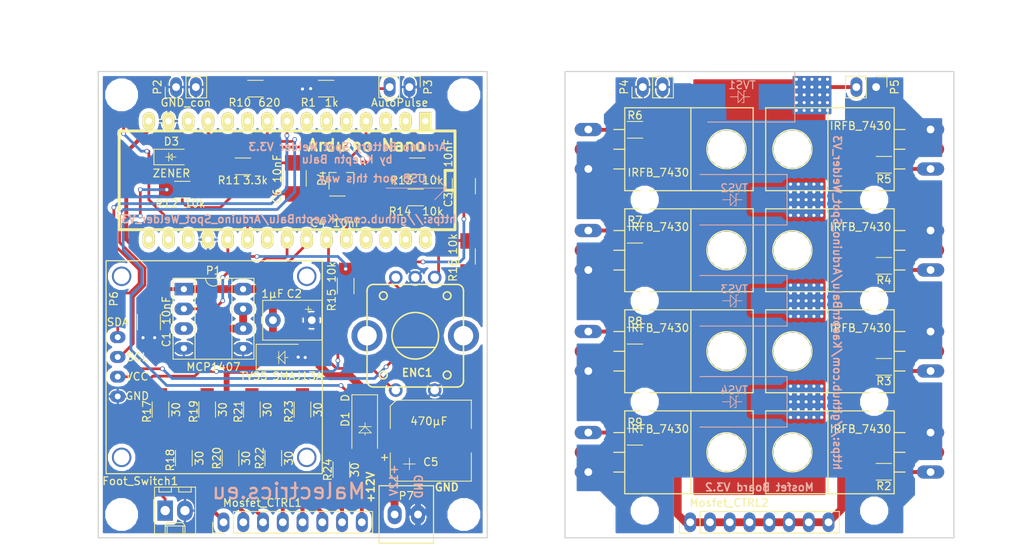
<source format=kicad_pcb>
(kicad_pcb (version 4) (host pcbnew 4.0.4-stable)
  (layers (0 F.Cu signal) (31 B.Cu signal) (34 B.Paste user) (35 F.Paste user hide) (36 B.SilkS user) (37 F.SilkS user) (38 B.Mask user hide) (39 F.Mask user) (44 Edge.Cuts user))
  (net 0 "")
  (net 1 /Vin)
  (net 2 GND)
  (net 3 +12V)
  (net 4 /D8)
  (net 5 /D7)
  (net 6 /D6)
  (net 7 +5V)
  (net 8 "Net-(Mosfet_CTRL1-Pad1)")
  (net 9 /D5)
  (net 10 "Net-(P1-Pad3)")
  (net 11 "Net-(U1-Pad2)")
  (net 12 "Net-(U1-Pad3)")
  (net 13 "Net-(U1-Pad5)")
  (net 14 "Net-(U1-Pad6)")
  (net 15 "Net-(U1-Pad7)")
  (net 16 "Net-(U1-Pad10)")
  (net 17 "Net-(U1-Pad13)")
  (net 18 "Net-(U1-Pad16)")
  (net 19 "Net-(U1-Pad17)")
  (net 20 "Net-(U1-Pad18)")
  (net 21 /battery_minus)
  (net 22 /Probe)
  (net 23 /D3)
  (net 24 "Net-(P3-Pad2)")
  (net 25 /SCL)
  (net 26 /SDA)
  (net 27 "Net-(U1-Pad1)")
  (net 28 "Net-(U1-Pad11)")
  (net 29 "Net-(U1-Pad27)")
  (net 30 "Net-(U1-Pad28)")
  (net 31 "Net-(U1-Pad29)")
  (net 32 "Net-(U1-Pad30)")
  (net 33 "Net-(ENC1-PadA)")
  (net 34 "Net-(ENC1-PadB)")
  (net 35 /A0)
  (net 36 "Net-(U1-Pad22)")
  (net 37 /D2)
  (net 38 "Net-(Mosfet_CTRL2-Pad1)")
  (net 39 "Net-(Q1-Pad1)")
  (net 40 "Net-(Q2-Pad1)")
  (net 41 "Net-(Q3-Pad1)")
  (net 42 "Net-(Q4-Pad1)")
  (net 43 "Net-(Q5-Pad1)")
  (net 44 "Net-(Q6-Pad1)")
  (net 45 "Net-(Q7-Pad1)")
  (net 46 "Net-(Q8-Pad1)")
  (net 47 "Net-(Mosfet_CTRL1-Pad2)")
  (net 48 "Net-(Mosfet_CTRL1-Pad3)")
  (net 49 "Net-(Mosfet_CTRL1-Pad4)")
  (net 50 "Net-(Mosfet_CTRL1-Pad5)")
  (net 51 "Net-(Mosfet_CTRL1-Pad6)")
  (net 52 "Net-(Mosfet_CTRL1-Pad7)")
  (net 53 "Net-(Mosfet_CTRL1-Pad8)")
  (net 54 "Net-(P1-Pad6)")
  (module OLED_SSD1306:OLED_SSD1306_128x64 (layer F.Cu) (at 72.5 108 90)
    (fp_text reference P6 (at 8.75 -0.5 90) (layer F.SilkS))
    (fp_text value OLED_Display hide)
    (fp_text user SDA (at 5.75 0 180) (layer F.SilkS))
    (fp_text user SCL (at 1.25 2.5 180) (layer F.SilkS))
    (fp_text user GND (at -3.75 2.5 180) (layer F.SilkS))
    (fp_text user VCC (at -1.25 2.5 180) (layer F.SilkS))
    (pad 1 thru_hole oval (at -3.81 0 90) (size 1.524 2) (drill 0.762) (layers *.Cu *.Mask) (net 2 GND))
    (pad 2 thru_hole oval (at -1.27 0 90) (size 1.524 2) (drill 0.762) (layers *.Cu *.Mask) (net 7 +5V))
    (pad 3 thru_hole oval (at 1.27 0 90) (size 1.524 2) (drill 0.762) (layers *.Cu *.Mask) (net 25 /SCL))
    (pad 4 thru_hole oval (at 3.81 0 90) (size 1.524 2) (drill 0.762) (layers *.Cu *.Mask) (net 26 /SDA))
    (pad "" thru_hole circle (at -11.65 24.3 90) (size 2.5 2.5) (drill 2) (layers *.Cu *.Mask))
    (pad "" thru_hole circle (at -11.65 0.5 90) (size 2.5 2.5) (drill 2) (layers *.Cu *.Mask))
    (pad "" thru_hole circle (at 11.65 0.5 90) (size 2.5 2.5) (drill 2) (layers *.Cu *.Mask))
    (pad "" thru_hole circle (at 11.65 24.3 90) (size 2.5 2.5) (drill 2) (layers *.Cu *.Mask))
  )
  (module pots_own:TO-220__long_Neutral123_Horizontal_LargePads (layer F.Cu) (at 176 80 90)
    (fp_text reference Q4 hide)
    (fp_text value IRFB_7430 (at 3 -8 180) (layer F.SilkS))
    (pad 2 smd oval (at 0 1 180) (size 3.50012 1.69926) (layers F.Cu F.Paste F.Mask) (net 22 /Probe))
    (pad 1 thru_hole oval (at -2.54 1 180) (size 3.50012 1.69926) (drill 1.00076) (layers *.Cu *.Mask) (net 42 "Net-(Q4-Pad1)"))
    (pad 3 thru_hole oval (at 2.54 1 180) (size 3.50012 1.69926) (drill 1.00076) (layers *.Cu *.Mask) (net 21 /battery_minus))
    (pad "" np_thru_hole circle (at 0 -16.764 180) (size 3.79984 3.79984) (drill 3.79984) (layers *.Cu *.Mask))
  )
  (module pots_own:TO-220__long_Neutral123_Horizontal_LargePads (layer F.Cu) (at 134 93 270)
    (fp_text reference Q6 hide)
    (fp_text value IRFB_7430 (at -3 -8 360) (layer F.SilkS))
    (pad 2 smd oval (at 0 1) (size 3.50012 1.69926) (layers F.Cu F.Paste F.Mask) (net 22 /Probe))
    (pad 1 thru_hole oval (at -2.54 1) (size 3.50012 1.69926) (drill 1.00076) (layers *.Cu *.Mask) (net 44 "Net-(Q6-Pad1)"))
    (pad 3 thru_hole oval (at 2.54 1) (size 3.50012 1.69926) (drill 1.00076) (layers *.Cu *.Mask) (net 21 /battery_minus))
    (pad "" np_thru_hole circle (at 0 -16.764) (size 3.79984 3.79984) (drill 3.79984) (layers *.Cu *.Mask))
  )
  (module pots_own:TO-220__long_Neutral123_Horizontal_LargePads (layer F.Cu) (at 176 93 90)
    (fp_text reference Q3 hide)
    (fp_text value IRFB_7430 (at 3 -8 180) (layer F.SilkS))
    (pad 2 smd oval (at 0 1 180) (size 3.50012 1.69926) (layers F.Cu F.Paste F.Mask) (net 22 /Probe))
    (pad 1 thru_hole oval (at -2.54 1 180) (size 3.50012 1.69926) (drill 1.00076) (layers *.Cu *.Mask) (net 41 "Net-(Q3-Pad1)"))
    (pad 3 thru_hole oval (at 2.54 1 180) (size 3.50012 1.69926) (drill 1.00076) (layers *.Cu *.Mask) (net 21 /battery_minus))
    (pad "" np_thru_hole circle (at 0 -16.764 180) (size 3.79984 3.79984) (drill 3.79984) (layers *.Cu *.Mask))
  )
  (module arduino:arduino_mini (layer F.Cu) (at 93 84 180)
    (fp_text reference U1 hide)
    (fp_text value arduino_nano hide)
    (pad 1 thru_hole rect (at -19.05 7.62 180) (size 1.5748 2.286) (drill 0.8128) (layers *.Cu *.Mask F.SilkS) (net 27 "Net-(U1-Pad1)"))
    (pad 2 thru_hole oval (at -16.51 7.62 180) (size 1.5748 2.286) (drill 0.8128) (layers *.Cu *.Mask F.SilkS) (net 11 "Net-(U1-Pad2)"))
    (pad 3 thru_hole oval (at -13.97 7.62 180) (size 1.5748 2.286) (drill 0.8128) (layers *.Cu *.Mask F.SilkS) (net 12 "Net-(U1-Pad3)"))
    (pad 4 thru_hole oval (at -11.43 7.62 180) (size 1.5748 2.286) (drill 0.8128) (layers *.Cu *.Mask F.SilkS) (net 35 /A0))
    (pad 5 thru_hole oval (at -8.89 7.62 180) (size 1.5748 2.286) (drill 0.8128) (layers *.Cu *.Mask F.SilkS) (net 13 "Net-(U1-Pad5)"))
    (pad 6 thru_hole oval (at -6.35 7.62 180) (size 1.5748 2.286) (drill 0.8128) (layers *.Cu *.Mask F.SilkS) (net 14 "Net-(U1-Pad6)"))
    (pad 7 thru_hole oval (at -3.81 7.62 180) (size 1.5748 2.286) (drill 0.8128) (layers *.Cu *.Mask F.SilkS) (net 15 "Net-(U1-Pad7)"))
    (pad 8 thru_hole oval (at -1.27 7.62 180) (size 1.5748 2.286) (drill 0.8128) (layers *.Cu *.Mask F.SilkS) (net 26 /SDA))
    (pad 9 thru_hole oval (at 1.27 7.62 180) (size 1.5748 2.286) (drill 0.8128) (layers *.Cu *.Mask F.SilkS) (net 25 /SCL))
    (pad 10 thru_hole oval (at 3.81 7.62 180) (size 1.5748 2.286) (drill 0.8128) (layers *.Cu *.Mask F.SilkS) (net 16 "Net-(U1-Pad10)"))
    (pad 11 thru_hole oval (at 6.35 7.62 180) (size 1.5748 2.286) (drill 0.8128) (layers *.Cu *.Mask F.SilkS) (net 28 "Net-(U1-Pad11)"))
    (pad 12 thru_hole oval (at 8.89 7.62 180) (size 1.5748 2.286) (drill 0.8128) (layers *.Cu *.Mask F.SilkS) (net 7 +5V))
    (pad 13 thru_hole oval (at 11.43 7.62 180) (size 1.5748 2.286) (drill 0.8128) (layers *.Cu *.Mask F.SilkS) (net 17 "Net-(U1-Pad13)"))
    (pad 14 thru_hole oval (at 13.97 7.62 180) (size 1.5748 2.286) (drill 0.8128) (layers *.Cu *.Mask F.SilkS) (net 2 GND))
    (pad 15 thru_hole oval (at 16.51 7.62 180) (size 1.5748 2.286) (drill 0.8128) (layers *.Cu *.Mask F.SilkS) (net 1 /Vin))
    (pad 16 thru_hole oval (at 16.51 -7.62 180) (size 1.5748 2.286) (drill 0.8128) (layers *.Cu *.Mask F.SilkS) (net 18 "Net-(U1-Pad16)"))
    (pad 17 thru_hole oval (at 13.97 -7.62 180) (size 1.5748 2.286) (drill 0.8128) (layers *.Cu *.Mask F.SilkS) (net 19 "Net-(U1-Pad17)"))
    (pad 18 thru_hole oval (at 11.43 -7.62 180) (size 1.5748 2.286) (drill 0.8128) (layers *.Cu *.Mask F.SilkS) (net 20 "Net-(U1-Pad18)"))
    (pad 19 thru_hole oval (at 8.89 -7.62 180) (size 1.5748 2.286) (drill 0.8128) (layers *.Cu *.Mask F.SilkS) (net 2 GND))
    (pad 20 thru_hole oval (at 6.35 -7.62 180) (size 1.5748 2.286) (drill 0.8128) (layers *.Cu *.Mask F.SilkS) (net 37 /D2))
    (pad 21 thru_hole oval (at 3.81 -7.62 180) (size 1.5748 2.286) (drill 0.8128) (layers *.Cu *.Mask F.SilkS) (net 23 /D3))
    (pad 22 thru_hole oval (at 1.27 -7.62 180) (size 1.5748 2.286) (drill 0.8128) (layers *.Cu *.Mask F.SilkS) (net 36 "Net-(U1-Pad22)"))
    (pad 23 thru_hole oval (at -1.27 -7.62 180) (size 1.5748 2.286) (drill 0.8128) (layers *.Cu *.Mask F.SilkS) (net 9 /D5))
    (pad 24 thru_hole oval (at -3.81 -7.62 180) (size 1.5748 2.286) (drill 0.8128) (layers *.Cu *.Mask F.SilkS) (net 6 /D6))
    (pad 25 thru_hole oval (at -6.35 -7.62 180) (size 1.5748 2.286) (drill 0.8128) (layers *.Cu *.Mask F.SilkS) (net 5 /D7))
    (pad 26 thru_hole oval (at -8.89 -7.62 180) (size 1.5748 2.286) (drill 0.8128) (layers *.Cu *.Mask F.SilkS) (net 4 /D8))
    (pad 27 thru_hole oval (at -11.43 -7.62 180) (size 1.5748 2.286) (drill 0.8128) (layers *.Cu *.Mask F.SilkS) (net 29 "Net-(U1-Pad27)"))
    (pad 28 thru_hole oval (at -13.97 -7.62 180) (size 1.5748 2.286) (drill 0.8128) (layers *.Cu *.Mask F.SilkS) (net 30 "Net-(U1-Pad28)"))
    (pad 29 thru_hole oval (at -16.51 -7.62 180) (size 1.5748 2.286) (drill 0.8128) (layers *.Cu *.Mask F.SilkS) (net 31 "Net-(U1-Pad29)"))
    (pad 30 thru_hole oval (at -19.05 -7.62 180) (size 1.5748 2.286) (drill 0.8128) (layers *.Cu *.Mask F.SilkS) (net 32 "Net-(U1-Pad30)"))
  )
  (module pots_own:TO-220__long_Neutral123_Horizontal_LargePads (layer F.Cu) (at 134 80 270)
    (fp_text reference Q5 hide)
    (fp_text value IRFB_7430 (at 3 -8 360) (layer F.SilkS))
    (pad 2 smd oval (at 0 1) (size 3.50012 1.69926) (layers F.Cu F.Paste F.Mask) (net 22 /Probe))
    (pad 1 thru_hole oval (at -2.54 1) (size 3.50012 1.69926) (drill 1.00076) (layers *.Cu *.Mask) (net 43 "Net-(Q5-Pad1)"))
    (pad 3 thru_hole oval (at 2.54 1) (size 3.50012 1.69926) (drill 1.00076) (layers *.Cu *.Mask) (net 21 /battery_minus))
    (pad "" np_thru_hole circle (at 0 -16.764) (size 3.79984 3.79984) (drill 3.79984) (layers *.Cu *.Mask))
  )
  (module Mounting_Holes:MountingHole_2.5mm (layer F.Cu) (at 169.75 86.5)
    (fp_text reference REF** hide)
    (fp_text value 2.6mm)
    (pad "" np_thru_hole circle (at 0 0) (size 2.6 2.6) (drill 2.6) (layers *.Cu *.Mask))
  )
  (module Mounting_Holes:MountingHole_2.5mm (layer F.Cu) (at 169.75 99.5)
    (fp_text reference REF** hide)
    (fp_text value 2.6mm)
    (pad "" np_thru_hole circle (at 0 0) (size 2.6 2.6) (drill 2.6) (layers *.Cu *.Mask))
  )
  (module Mounting_Holes:MountingHole_2.5mm (layer F.Cu) (at 169.75 112.5)
    (fp_text reference REF** hide)
    (fp_text value 2.6mm)
    (pad "" np_thru_hole circle (at 0 0) (size 2.6 2.6) (drill 2.6) (layers *.Cu *.Mask))
  )
  (module Mounting_Holes:MountingHole_2.5mm (layer F.Cu) (at 169.75 126.5)
    (fp_text reference REF** hide)
    (fp_text value 2.6mm)
    (pad "" np_thru_hole circle (at 0 0) (size 2.6 2.6) (drill 2.6) (layers *.Cu *.Mask))
  )
  (module Mounting_Holes:MountingHole_2.5mm (layer F.Cu) (at 140.25 126.5)
    (fp_text reference REF** hide)
    (fp_text value 2.6mm)
    (pad "" np_thru_hole circle (at 0 0) (size 2.6 2.6) (drill 2.6) (layers *.Cu *.Mask))
  )
  (module Mounting_Holes:MountingHole_2.5mm (layer F.Cu) (at 140.25 112.5)
    (fp_text reference REF** hide)
    (fp_text value 2.6mm)
    (pad "" np_thru_hole circle (at 0 0) (size 2.6 2.6) (drill 2.6) (layers *.Cu *.Mask))
  )
  (module Mounting_Holes:MountingHole_2.5mm (layer F.Cu) (at 140.25 99.5)
    (fp_text reference REF** hide)
    (fp_text value 2.6mm)
    (pad "" np_thru_hole circle (at 0 0) (size 2.6 2.6) (drill 2.6) (layers *.Cu *.Mask))
  )
  (module Mounting_Holes:MountingHole_3.2mm_M3 (layer F.Cu) (at 133 127)
    (fp_text reference REF** hide)
    (fp_text value 3.2mm hide)
    (pad 1 np_thru_hole circle (at 0 0) (size 3.2 3.2) (drill 3.2) (layers *.Cu *.Mask))
  )
  (module Mounting_Holes:MountingHole_3.2mm_M3 (layer F.Cu) (at 177 127)
    (fp_text reference REF** hide)
    (fp_text value 3.2mm hide)
    (pad 1 np_thru_hole circle (at 0 0) (size 3.2 3.2) (drill 3.2) (layers *.Cu *.Mask))
  )
  (module Mounting_Holes:MountingHole_3.2mm_M3 (layer F.Cu) (at 177 73)
    (fp_text reference REF** hide)
    (fp_text value 3.2mm hide)
    (pad 1 np_thru_hole circle (at 0 0) (size 3.2 3.2) (drill 3.2) (layers *.Cu *.Mask))
  )
  (module Capacitors_ThroughHole:C_Disc_D7.5mm_W5.0mm_P5.00mm (layer F.Cu) (at 92.45 102)
    (fp_text reference C2 (at 2.75 -3.4) (layer F.SilkS))
    (fp_text value 1µF (at -0.05 -3.4) (layer F.SilkS))
    (pad 1 thru_hole circle (at 0 0) (size 2 2) (drill 1) (layers *.Cu *.Mask) (net 1 /Vin))
    (pad 2 thru_hole circle (at 5 0) (size 2 2) (drill 1) (layers *.Cu *.Mask) (net 2 GND))
  )
  (module Housings_DIP:DIP-8_W7.62mm_Socket_LongPads (layer F.Cu) (at 81 98)
    (fp_text reference P1 (at 3.81 -2.39) (layer F.SilkS))
    (fp_text value MCP1407 (at 3.81 10.01) (layer F.SilkS))
    (pad 1 thru_hole rect (at 0 0) (size 2.4 1.6) (drill 0.8) (layers *.Cu *.Mask) (net 1 /Vin))
    (pad 5 thru_hole oval (at 7.62 7.62) (size 2.4 1.6) (drill 0.8) (layers *.Cu *.Mask) (net 2 GND))
    (pad 2 thru_hole oval (at 0 2.54) (size 2.4 1.6) (drill 0.8) (layers *.Cu *.Mask) (net 9 /D5))
    (pad 6 thru_hole oval (at 7.62 5.08) (size 2.4 1.6) (drill 0.8) (layers *.Cu *.Mask) (net 54 "Net-(P1-Pad6)"))
    (pad 3 thru_hole oval (at 0 5.08) (size 2.4 1.6) (drill 0.8) (layers *.Cu *.Mask) (net 10 "Net-(P1-Pad3)"))
    (pad 7 thru_hole oval (at 7.62 2.54) (size 2.4 1.6) (drill 0.8) (layers *.Cu *.Mask) (net 54 "Net-(P1-Pad6)"))
    (pad 4 thru_hole oval (at 0 7.62) (size 2.4 1.6) (drill 0.8) (layers *.Cu *.Mask) (net 2 GND))
    (pad 8 thru_hole oval (at 7.62 0) (size 2.4 1.6) (drill 0.8) (layers *.Cu *.Mask) (net 1 /Vin))
  )
  (module Pin_Headers:Pin_Header_Straight_1x02_Pitch2.54mm (layer F.Cu) (at 80 72 90)
    (fp_text reference P2 (at 0 -2.39 90) (layer F.SilkS))
    (fp_text value GND_con (at -2 1.25 180) (layer F.SilkS))
    (pad 1 thru_hole oval (at 0 0 90) (size 2.52 1.52) (drill 1) (layers *.Cu *.Mask) (net 2 GND))
    (pad 2 thru_hole oval (at 0 2.54 90) (size 2.52 1.52) (drill 1) (layers *.Cu *.Mask) (net 2 GND))
  )
  (module Pin_Headers:Pin_Header_Straight_1x02_Pitch2.54mm (layer F.Cu) (at 110 72 270)
    (fp_text reference P3 (at 0 -2.39 270) (layer F.SilkS))
    (fp_text value AutoPulse (at 2 1.25 360) (layer F.SilkS))
    (pad 1 thru_hole oval (at 0 0 270) (size 2.52 1.52) (drill 1) (layers *.Cu *.Mask) (net 2 GND))
    (pad 2 thru_hole oval (at 0 2.54 270) (size 2.52 1.52) (drill 1) (layers *.Cu *.Mask) (net 24 "Net-(P3-Pad2)"))
  )
  (module Mounting_Holes:MountingHole_3.2mm_M3 (layer F.Cu) (at 73 73)
    (fp_text reference REF** hide)
    (fp_text value 3.2mm hide)
    (pad 1 np_thru_hole circle (at 0 0) (size 3.2 3.2) (drill 3.2) (layers *.Cu *.Mask))
  )
  (module Mounting_Holes:MountingHole_3.2mm_M3 (layer F.Cu) (at 117 73)
    (fp_text reference REF** hide)
    (fp_text value 3.2mm hide)
    (pad 1 np_thru_hole circle (at 0 0) (size 3.2 3.2) (drill 3.2) (layers *.Cu *.Mask))
  )
  (module Mounting_Holes:MountingHole_3.2mm_M3 (layer F.Cu) (at 73 127)
    (fp_text reference REF** hide)
    (fp_text value 3.2mm hide)
    (pad 1 np_thru_hole circle (at 0 0) (size 3.2 3.2) (drill 3.2) (layers *.Cu *.Mask))
  )
  (module Mounting_Holes:MountingHole_3.2mm_M3 (layer F.Cu) (at 117 127)
    (fp_text reference REF** hide)
    (fp_text value 3.2mm hide)
    (pad 1 np_thru_hole circle (at 0 0) (size 3.2 3.2) (drill 3.2) (layers *.Cu *.Mask))
  )
  (module Pin_Headers:Pin_Header_Straight_1x02_Pitch2.54mm (layer F.Cu) (at 140 72 90)
    (fp_text reference P4 (at 0 -2.39 90) (layer F.SilkS))
    (fp_text value GND_con hide)
    (pad 1 thru_hole oval (at 0 0 90) (size 2.52 1.52) (drill 1) (layers *.Cu *.Mask) (net 21 /battery_minus))
    (pad 2 thru_hole oval (at 0 2.54 90) (size 2.52 1.52) (drill 1) (layers *.Cu *.Mask) (net 21 /battery_minus))
  )
  (module Pin_Headers:Pin_Header_Straight_1x02_Pitch2.54mm (layer F.Cu) (at 170 72 270)
    (fp_text reference P5 (at 0 -2.39 270) (layer F.SilkS))
    (fp_text value AutoPulse hide)
    (pad 1 thru_hole oval (at 0 0 270) (size 2.52 1.52) (drill 1) (layers *.Cu *.Mask) (net 21 /battery_minus))
    (pad 2 thru_hole oval (at 0 2.54 270) (size 2.52 1.52) (drill 1) (layers *.Cu *.Mask) (net 22 /Probe))
  )
  (module Mounting_Holes:MountingHole_3.2mm_M3 (layer F.Cu) (at 133 73)
    (fp_text reference REF** hide)
    (fp_text value 3.2mm hide)
    (pad 1 np_thru_hole circle (at 0 0) (size 3.2 3.2) (drill 3.2) (layers *.Cu *.Mask))
  )
  (module Mounting_Holes:MountingHole_2.5mm (layer F.Cu) (at 140.25 86.5)
    (fp_text reference REF** hide)
    (fp_text value 2.6mm)
    (pad "" np_thru_hole circle (at 0 0) (size 2.6 2.6) (drill 2.6) (layers *.Cu *.Mask))
  )
  (module pots_own:TO-220__long_Neutral123_Horizontal_LargePads (layer F.Cu) (at 176 119 90)
    (fp_text reference Q1 hide)
    (fp_text value IRFB_7430 (at 3 -8 180) (layer F.SilkS))
    (pad 2 smd oval (at 0 1 180) (size 3.50012 1.69926) (layers F.Cu F.Paste F.Mask) (net 22 /Probe))
    (pad 1 thru_hole oval (at -2.54 1 180) (size 3.50012 1.69926) (drill 1.00076) (layers *.Cu *.Mask) (net 39 "Net-(Q1-Pad1)"))
    (pad 3 thru_hole oval (at 2.54 1 180) (size 3.50012 1.69926) (drill 1.00076) (layers *.Cu *.Mask) (net 21 /battery_minus))
    (pad "" np_thru_hole circle (at 0 -16.764 180) (size 3.79984 3.79984) (drill 3.79984) (layers *.Cu *.Mask))
  )
  (module pots_own:TO-220__long_Neutral123_Horizontal_LargePads (layer F.Cu) (at 176 106 90)
    (fp_text reference Q2 hide)
    (fp_text value IRFB_7430 (at 3 -8 180) (layer F.SilkS))
    (pad 2 smd oval (at 0 1 180) (size 3.50012 1.69926) (layers F.Cu F.Paste F.Mask) (net 22 /Probe))
    (pad 1 thru_hole oval (at -2.54 1 180) (size 3.50012 1.69926) (drill 1.00076) (layers *.Cu *.Mask) (net 40 "Net-(Q2-Pad1)"))
    (pad 3 thru_hole oval (at 2.54 1 180) (size 3.50012 1.69926) (drill 1.00076) (layers *.Cu *.Mask) (net 21 /battery_minus))
    (pad "" np_thru_hole circle (at 0 -16.764 180) (size 3.79984 3.79984) (drill 3.79984) (layers *.Cu *.Mask))
  )
  (module pots_own:TO-220__long_Neutral123_Horizontal_LargePads (layer F.Cu) (at 134 106 270)
    (fp_text reference Q7 hide)
    (fp_text value IRFB_7430 (at -3 -8 360) (layer F.SilkS))
    (pad 2 smd oval (at 0 1) (size 3.50012 1.69926) (layers F.Cu F.Paste F.Mask) (net 22 /Probe))
    (pad 1 thru_hole oval (at -2.54 1) (size 3.50012 1.69926) (drill 1.00076) (layers *.Cu *.Mask) (net 45 "Net-(Q7-Pad1)"))
    (pad 3 thru_hole oval (at 2.54 1) (size 3.50012 1.69926) (drill 1.00076) (layers *.Cu *.Mask) (net 21 /battery_minus))
    (pad "" np_thru_hole circle (at 0 -16.764) (size 3.79984 3.79984) (drill 3.79984) (layers *.Cu *.Mask))
  )
  (module pots_own:TO-220__long_Neutral123_Horizontal_LargePads (layer F.Cu) (at 134 119 270)
    (fp_text reference Q8 hide)
    (fp_text value IRFB_7430 (at -3 -8 360) (layer F.SilkS))
    (pad 2 smd oval (at 0 1) (size 3.50012 1.69926) (layers F.Cu F.Paste F.Mask) (net 22 /Probe))
    (pad 1 thru_hole oval (at -2.54 1) (size 3.50012 1.69926) (drill 1.00076) (layers *.Cu *.Mask) (net 46 "Net-(Q8-Pad1)"))
    (pad 3 thru_hole oval (at 2.54 1) (size 3.50012 1.69926) (drill 1.00076) (layers *.Cu *.Mask) (net 21 /battery_minus))
    (pad "" np_thru_hole circle (at 0 -16.764) (size 3.79984 3.79984) (drill 3.79984) (layers *.Cu *.Mask))
  )
  (module pots_own:Pin_Header_Straight_1x08_Pitch2.54mm_Large_Pads (layer F.Cu) (at 86.1 128 90)
    (fp_text reference Mosfet_CTRL1 (at 2.5 5 180) (layer F.SilkS))
    (fp_text value CONN_01X08)
    (pad 1 thru_hole oval (at 0 0 90) (size 2.52 1.52) (drill 1) (layers *.Cu *.Mask) (net 8 "Net-(Mosfet_CTRL1-Pad1)"))
    (pad 2 thru_hole oval (at 0 2.54 90) (size 2.52 1.52) (drill 1) (layers *.Cu *.Mask) (net 47 "Net-(Mosfet_CTRL1-Pad2)"))
    (pad 3 thru_hole oval (at 0 5.08 90) (size 2.52 1.52) (drill 1) (layers *.Cu *.Mask) (net 48 "Net-(Mosfet_CTRL1-Pad3)"))
    (pad 4 thru_hole oval (at 0 7.62 90) (size 2.52 1.52) (drill 1) (layers *.Cu *.Mask) (net 49 "Net-(Mosfet_CTRL1-Pad4)"))
    (pad 5 thru_hole oval (at 0 10.16 90) (size 2.52 1.52) (drill 1) (layers *.Cu *.Mask) (net 50 "Net-(Mosfet_CTRL1-Pad5)"))
    (pad 6 thru_hole oval (at 0 12.7 90) (size 2.52 1.52) (drill 1) (layers *.Cu *.Mask) (net 51 "Net-(Mosfet_CTRL1-Pad6)"))
    (pad 7 thru_hole oval (at 0 15.24 90) (size 2.52 1.52) (drill 1) (layers *.Cu *.Mask) (net 52 "Net-(Mosfet_CTRL1-Pad7)"))
    (pad 8 thru_hole oval (at 0 17.78 90) (size 2.52 1.52) (drill 1) (layers *.Cu *.Mask) (net 53 "Net-(Mosfet_CTRL1-Pad8)"))
  )
  (module pots_own:Pin_Header_Straight_1x08_Pitch2.54mm_Large_Pads (layer F.Cu) (at 146.1 128 90)
    (fp_text reference Mosfet_CTRL2 (at 2.5 5 180) (layer F.SilkS))
    (fp_text value CONN_01X08)
    (pad 1 thru_hole oval (at 0 0 90) (size 2.52 1.52) (drill 1) (layers *.Cu *.Mask) (net 38 "Net-(Mosfet_CTRL2-Pad1)"))
    (pad 2 thru_hole oval (at 0 2.54 90) (size 2.52 1.52) (drill 1) (layers *.Cu *.Mask) (net 38 "Net-(Mosfet_CTRL2-Pad1)"))
    (pad 3 thru_hole oval (at 0 5.08 90) (size 2.52 1.52) (drill 1) (layers *.Cu *.Mask) (net 38 "Net-(Mosfet_CTRL2-Pad1)"))
    (pad 4 thru_hole oval (at 0 7.62 90) (size 2.52 1.52) (drill 1) (layers *.Cu *.Mask) (net 38 "Net-(Mosfet_CTRL2-Pad1)"))
    (pad 5 thru_hole oval (at 0 10.16 90) (size 2.52 1.52) (drill 1) (layers *.Cu *.Mask) (net 38 "Net-(Mosfet_CTRL2-Pad1)"))
    (pad 6 thru_hole oval (at 0 12.7 90) (size 2.52 1.52) (drill 1) (layers *.Cu *.Mask) (net 38 "Net-(Mosfet_CTRL2-Pad1)"))
    (pad 7 thru_hole oval (at 0 15.24 90) (size 2.52 1.52) (drill 1) (layers *.Cu *.Mask) (net 38 "Net-(Mosfet_CTRL2-Pad1)"))
    (pad 8 thru_hole oval (at 0 17.78 90) (size 2.52 1.52) (drill 1) (layers *.Cu *.Mask) (net 38 "Net-(Mosfet_CTRL2-Pad1)"))
  )
  (module Capacitors_SMD:C_1210_HandSoldering (layer F.Cu) (at 76.5 102.25 270)
    (fp_text reference C1 (at 2.25 -2.25 270) (layer F.SilkS))
    (fp_text value 10nF (at -1.5 -2.25 270) (layer F.SilkS))
    (pad 1 smd rect (at -2 0 270) (size 2 2.5) (layers F.Cu F.Paste F.Mask) (net 1 /Vin))
    (pad 2 smd rect (at 2 0 270) (size 2 2.5) (layers F.Cu F.Paste F.Mask) (net 2 GND))
  )
  (module Diodes_SMD:D_SMA_Handsoldering (layer F.Cu) (at 104.25 116 270)
    (fp_text reference D1 (at -1.25 2.5 270) (layer F.SilkS))
    (fp_text value D (at -4 2.5 270) (layer F.SilkS))
    (pad 1 smd rect (at -2.5 0 270) (size 3.5 1.8) (layers F.Cu F.Paste F.Mask) (net 1 /Vin))
    (pad 2 smd rect (at 2.5 0 270) (size 3.5 1.8) (layers F.Cu F.Paste F.Mask) (net 3 +12V))
  )
  (module Capacitors_SMD:C_1210_HandSoldering (layer F.Cu) (at 117 84.75 90)
    (fp_text reference C3 (at -1.75 -2 90) (layer F.SilkS))
    (fp_text value 10nF (at 4.25 -2 90) (layer F.SilkS))
    (pad 1 smd rect (at -2 0 90) (size 2 2.5) (layers F.Cu F.Paste F.Mask) (net 37 /D2))
    (pad 2 smd rect (at 2 0 90) (size 2 2.5) (layers F.Cu F.Paste F.Mask) (net 2 GND))
  )
  (module Capacitors_SMD:C_1210_HandSoldering (layer F.Cu) (at 100.75 87.5 180)
    (fp_text reference C4 (at 2.5 -2 180) (layer F.SilkS))
    (fp_text value 10nF (at -1.25 -2 180) (layer F.SilkS))
    (pad 1 smd rect (at -2 0 180) (size 2 2.5) (layers F.Cu F.Paste F.Mask) (net 4 /D8))
    (pad 2 smd rect (at 2 0 180) (size 2 2.5) (layers F.Cu F.Paste F.Mask) (net 2 GND))
  )
  (module Capacitors_SMD:CP_Elec_10x10 (layer F.Cu) (at 112.75 117.5)
    (fp_text reference C5 (at 0 2.75) (layer F.SilkS))
    (fp_text value 470µF (at -0.25 -2.5) (layer F.SilkS))
    (fp_text user + (at -5.95 2.1) (layer F.SilkS))
    (pad 1 smd rect (at -4 0 180) (size 4 2.5) (layers F.Cu F.Paste F.Mask) (net 1 /Vin))
    (pad 2 smd rect (at 4 0 180) (size 4 2.5) (layers F.Cu F.Paste F.Mask) (net 2 GND))
  )
  (module Capacitors_SMD:C_1210_HandSoldering (layer F.Cu) (at 95.25 83.75 90)
    (fp_text reference C6 (at -2.25 -2.25 90) (layer F.SilkS))
    (fp_text value 10nF (at 1.25 -2.25 90) (layer F.SilkS))
    (pad 1 smd rect (at -2 0 90) (size 2 2.5) (layers F.Cu F.Paste F.Mask) (net 2 GND))
    (pad 2 smd rect (at 2 0 90) (size 2 2.5) (layers F.Cu F.Paste F.Mask) (net 35 /A0))
  )
  (module TO_SOT_Packages_SMD:SOT-23 (layer F.Cu) (at 101.25 83.75 90)
    (fp_text reference D4 (at 0 -2.5 90) (layer F.SilkS))
    (fp_text value D_Schottky_BAV99)
    (pad 1 smd rect (at -1 -0.95 90) (size 0.9 0.8) (layers F.Cu F.Paste F.Mask) (net 2 GND))
    (pad 2 smd rect (at -1 0.95 90) (size 0.9 0.8) (layers F.Cu F.Paste F.Mask) (net 7 +5V))
    (pad 3 smd rect (at 1 0 90) (size 0.9 0.8) (layers F.Cu F.Paste F.Mask) (net 35 /A0))
  )
  (module Diodes_SMD:D_SMC_Handsoldering (layer B.Cu) (at 152.75 73.25 180)
    (fp_text reference TVS1 (at 0 1.5 180) (layer B.SilkS) (effects (justify mirror)))
    (fp_text value 5.0SMDJ13A)
    (pad 1 smd rect (at -4.4 0 90) (size 3.3 4.5) (layers B.Cu B.Paste B.Mask) (net 22 /Probe))
    (pad 2 smd rect (at 4.4 0 90) (size 3.3 4.5) (layers B.Cu B.Paste B.Mask) (net 21 /battery_minus))
  )
  (module Connectors_Molex:Molex_KK-6410-02_02x2.54mm_Straight (layer F.Cu) (at 78.6 126.5)
    (fp_text reference Foot_Switch1 (at -3.2 -3.8) (layer F.SilkS))
    (fp_text value CONN_01X02 hide)
    (pad 1 thru_hole rect (at 0 0) (size 2 2.6) (drill 1.2) (layers *.Cu *.Mask) (net 5 /D7))
    (pad 2 thru_hole oval (at 2.54 0) (size 2 2.6) (drill 1.2) (layers *.Cu *.Mask) (net 2 GND))
  )
  (module Resistors_SMD:R_1206_HandSoldering (layer F.Cu) (at 90.2 72.2 180)
    (fp_text reference R10 (at 2 -1.8 180) (layer F.SilkS))
    (fp_text value 620 (at -1.8 -1.8 180) (layer F.SilkS))
    (pad 1 smd rect (at -2 0 180) (size 2 1.7) (layers F.Cu F.Paste F.Mask) (net 24 "Net-(P3-Pad2)"))
    (pad 2 smd rect (at 2 0 180) (size 2 1.7) (layers F.Cu F.Paste F.Mask) (net 23 /D3))
  )
  (module Resistors_SMD:R_1206_HandSoldering (layer F.Cu) (at 88.6 82.2)
    (fp_text reference R11 (at -1.8 1.8) (layer F.SilkS))
    (fp_text value 3.3k (at 1.6 1.8) (layer F.SilkS))
    (pad 1 smd rect (at -2 0) (size 2 1.7) (layers F.Cu F.Paste F.Mask) (net 2 GND))
    (pad 2 smd rect (at 2 0) (size 2 1.7) (layers F.Cu F.Paste F.Mask) (net 35 /A0))
  )
  (module Resistors_SMD:R_1206_HandSoldering (layer F.Cu) (at 80.8 85.2 180)
    (fp_text reference R12 (at 2 -1.8 180) (layer F.SilkS))
    (fp_text value 10k (at -1.6 -1.8 180) (layer F.SilkS))
    (pad 1 smd rect (at -2 0 180) (size 2 1.7) (layers F.Cu F.Paste F.Mask) (net 35 /A0))
    (pad 2 smd rect (at 2 0 180) (size 2 1.7) (layers F.Cu F.Paste F.Mask) (net 3 +12V))
  )
  (module Resistors_SMD:R_1206_HandSoldering (layer F.Cu) (at 111 82.2)
    (fp_text reference R13 (at -2 1.8) (layer F.SilkS))
    (fp_text value 10k (at 2 1.8) (layer F.SilkS))
    (pad 1 smd rect (at -2 0) (size 2 1.7) (layers F.Cu F.Paste F.Mask) (net 7 +5V))
    (pad 2 smd rect (at 2 0) (size 2 1.7) (layers F.Cu F.Paste F.Mask) (net 33 "Net-(ENC1-PadA)"))
  )
  (module Resistors_SMD:R_1206_HandSoldering (layer F.Cu) (at 110.8 86.2)
    (fp_text reference R14 (at -2 1.8) (layer F.SilkS))
    (fp_text value 10k (at 2.2 1.8) (layer F.SilkS))
    (pad 1 smd rect (at -2 0) (size 2 1.7) (layers F.Cu F.Paste F.Mask) (net 4 /D8))
    (pad 2 smd rect (at 2 0) (size 2 1.7) (layers F.Cu F.Paste F.Mask) (net 33 "Net-(ENC1-PadA)"))
  )
  (module Resistors_SMD:R_1206_HandSoldering (layer F.Cu) (at 101.8 97.6 270)
    (fp_text reference R15 (at 1.8 1.8 270) (layer F.SilkS))
    (fp_text value 10k (at -1.8 1.8 270) (layer F.SilkS))
    (pad 1 smd rect (at -2 0 270) (size 2 1.7) (layers F.Cu F.Paste F.Mask) (net 37 /D2))
    (pad 2 smd rect (at 2 0 270) (size 2 1.7) (layers F.Cu F.Paste F.Mask) (net 34 "Net-(ENC1-PadB)"))
  )
  (module Resistors_SMD:R_1206_HandSoldering (layer F.Cu) (at 117.4 93.8 90)
    (fp_text reference R16 (at -1.8 -1.8 90) (layer F.SilkS))
    (fp_text value 10k (at 1.6 -1.8 90) (layer F.SilkS))
    (pad 1 smd rect (at -2 0 90) (size 2 1.7) (layers F.Cu F.Paste F.Mask) (net 34 "Net-(ENC1-PadB)"))
    (pad 2 smd rect (at 2 0 90) (size 2 1.7) (layers F.Cu F.Paste F.Mask) (net 7 +5V))
  )
  (module Rotary-Encoders:ALPS_STEC12E08 (layer F.Cu) (at 110.75 104 180)
    (fp_text reference ENC1 (at -0.25 -4.75 180) (layer F.SilkS) (effects (font (thickness 0.2))))
    (fp_text value Bourns_PEC11L hide)
    (pad A thru_hole circle (at -2.5 7.5 180) (size 1.75 1.75) (drill 1.1) (layers *.Cu *.Mask) (net 33 "Net-(ENC1-PadA)"))
    (pad B thru_hole circle (at 2.5 7.5 180) (size 1.75 1.75) (drill 1.1) (layers *.Cu *.Mask) (net 34 "Net-(ENC1-PadB)"))
    (pad C thru_hole circle (at 0 7.5 180) (size 1.75 1.75) (drill 1.1) (layers *.Cu *.Mask) (net 2 GND))
    (pad SW2 thru_hole circle (at 2.5 -7 180) (size 1.75 1.75) (drill 1.1) (layers *.Cu *.Mask) (net 6 /D6))
    (pad SW1 thru_hole circle (at -2.5 -7 180) (size 1.75 1.75) (drill 1.1) (layers *.Cu *.Mask) (net 2 GND))
    (pad body thru_hole oval (at 6.2 0 180) (size 4 4) (drill 2.5) (layers *.Cu *.Mask))
    (pad body thru_hole oval (at -6.2 0 180) (size 4 4) (drill 2.5) (layers *.Cu *.Mask))
  )
  (module Diodes_SMD:D_SMC_Handsoldering (layer B.Cu) (at 151.75 86.5 180)
    (fp_text reference TVS2 (at 0 1.5 180) (layer B.SilkS) (effects (justify mirror)))
    (fp_text value 5.0SMDJ13A)
    (pad 1 smd rect (at -4.4 0 90) (size 3.3 4.5) (layers B.Cu B.Paste B.Mask) (net 22 /Probe))
    (pad 2 smd rect (at 4.4 0 90) (size 3.3 4.5) (layers B.Cu B.Paste B.Mask) (net 21 /battery_minus))
  )
  (module Diodes_SMD:D_SMC_Handsoldering (layer B.Cu) (at 151.75 99.5 180)
    (fp_text reference TVS3 (at 0 1.5 180) (layer B.SilkS) (effects (justify mirror)))
    (fp_text value 5.0SMDJ13A)
    (pad 1 smd rect (at -4.4 0 90) (size 3.3 4.5) (layers B.Cu B.Paste B.Mask) (net 22 /Probe))
    (pad 2 smd rect (at 4.4 0 90) (size 3.3 4.5) (layers B.Cu B.Paste B.Mask) (net 21 /battery_minus))
  )
  (module Diodes_SMD:D_SMC_Handsoldering (layer B.Cu) (at 151.75 112.5 180)
    (fp_text reference TVS4 (at 0 1.5 180) (layer B.SilkS) (effects (justify mirror)))
    (fp_text value 5.0SMDJ13A)
    (pad 1 smd rect (at -4.4 0 90) (size 3.3 4.5) (layers B.Cu B.Paste B.Mask) (net 22 /Probe))
    (pad 2 smd rect (at 4.4 0 90) (size 3.3 4.5) (layers B.Cu B.Paste B.Mask) (net 21 /battery_minus))
  )
  (module Diodes_SMD:D_SOD-123 (layer F.Cu) (at 79.4 81)
    (fp_text reference D3 (at 0 -2) (layer F.SilkS))
    (fp_text value ZENER (at 0 2.1) (layer F.SilkS))
    (pad 1 smd rect (at -1.65 0) (size 0.9 1.2) (layers F.Cu F.Paste F.Mask) (net 23 /D3))
    (pad 2 smd rect (at 1.65 0) (size 0.9 1.2) (layers F.Cu F.Paste F.Mask) (net 2 GND))
  )
  (module pots_own:Terminal_Block_2P_3.5mm (layer F.Cu) (at 109.6 127 180)
    (fp_text reference P7 (at 0 2.4 180) (layer F.SilkS))
    (fp_text value "V IN" hide)
    (pad 1 thru_hole oval (at -1.5 0 180) (size 1.8 2.5) (drill 1) (layers *.Cu *.Mask) (net 2 GND))
    (pad 2 thru_hole oval (at 1.5 0 180) (size 1.8 2.5) (drill 1) (layers *.Cu *.Mask) (net 3 +12V))
  )
  (module Diodes_SMD:D_SMA (layer F.Cu) (at 93.7 106.75)
    (fp_text reference TVS5 (at -3.7 2.45) (layer F.SilkS))
    (fp_text value SMAJ13A (at 1.9 2.45) (layer F.SilkS))
    (pad 1 smd rect (at -2 0) (size 2.5 1.8) (layers F.Cu F.Paste F.Mask) (net 54 "Net-(P1-Pad6)"))
    (pad 2 smd rect (at 2 0) (size 2.5 1.8) (layers F.Cu F.Paste F.Mask) (net 2 GND))
  )
  (module Resistors_SMD:R_1206_HandSoldering (layer F.Cu) (at 171 121.5 180)
    (fp_text reference R2 (at 0 -1.85 180) (layer F.SilkS))
    (fp_text value 30)
    (pad 1 smd rect (at -2 0 180) (size 2 1.7) (layers F.Cu F.Paste F.Mask) (net 39 "Net-(Q1-Pad1)"))
    (pad 2 smd rect (at 2 0 180) (size 2 1.7) (layers F.Cu F.Paste F.Mask) (net 38 "Net-(Mosfet_CTRL2-Pad1)"))
  )
  (module Resistors_SMD:R_1206_HandSoldering (layer F.Cu) (at 171 108 180)
    (fp_text reference R3 (at 0 -1.85 180) (layer F.SilkS))
    (fp_text value 30)
    (pad 1 smd rect (at -2 0 180) (size 2 1.7) (layers F.Cu F.Paste F.Mask) (net 40 "Net-(Q2-Pad1)"))
    (pad 2 smd rect (at 2 0 180) (size 2 1.7) (layers F.Cu F.Paste F.Mask) (net 38 "Net-(Mosfet_CTRL2-Pad1)"))
  )
  (module Resistors_SMD:R_1206_HandSoldering (layer F.Cu) (at 171 95 180)
    (fp_text reference R4 (at 0 -1.85 180) (layer F.SilkS))
    (fp_text value 30)
    (pad 1 smd rect (at -2 0 180) (size 2 1.7) (layers F.Cu F.Paste F.Mask) (net 41 "Net-(Q3-Pad1)"))
    (pad 2 smd rect (at 2 0 180) (size 2 1.7) (layers F.Cu F.Paste F.Mask) (net 38 "Net-(Mosfet_CTRL2-Pad1)"))
  )
  (module Resistors_SMD:R_1206_HandSoldering (layer F.Cu) (at 171 82 180)
    (fp_text reference R5 (at 0 -1.85 180) (layer F.SilkS))
    (fp_text value 30)
    (pad 1 smd rect (at -2 0 180) (size 2 1.7) (layers F.Cu F.Paste F.Mask) (net 42 "Net-(Q4-Pad1)"))
    (pad 2 smd rect (at 2 0 180) (size 2 1.7) (layers F.Cu F.Paste F.Mask) (net 38 "Net-(Mosfet_CTRL2-Pad1)"))
  )
  (module Resistors_SMD:R_1206_HandSoldering (layer F.Cu) (at 139 77.5)
    (fp_text reference R6 (at 0 -1.85) (layer F.SilkS))
    (fp_text value 30)
    (pad 1 smd rect (at -2 0) (size 2 1.7) (layers F.Cu F.Paste F.Mask) (net 43 "Net-(Q5-Pad1)"))
    (pad 2 smd rect (at 2 0) (size 2 1.7) (layers F.Cu F.Paste F.Mask) (net 38 "Net-(Mosfet_CTRL2-Pad1)"))
  )
  (module Resistors_SMD:R_1206_HandSoldering (layer F.Cu) (at 139 91)
    (fp_text reference R7 (at 0 -1.85) (layer F.SilkS))
    (fp_text value 30)
    (pad 1 smd rect (at -2 0) (size 2 1.7) (layers F.Cu F.Paste F.Mask) (net 44 "Net-(Q6-Pad1)"))
    (pad 2 smd rect (at 2 0) (size 2 1.7) (layers F.Cu F.Paste F.Mask) (net 38 "Net-(Mosfet_CTRL2-Pad1)"))
  )
  (module Resistors_SMD:R_1206_HandSoldering (layer F.Cu) (at 139 104)
    (fp_text reference R8 (at 0 -1.85) (layer F.SilkS))
    (fp_text value 30)
    (pad 1 smd rect (at -2 0) (size 2 1.7) (layers F.Cu F.Paste F.Mask) (net 45 "Net-(Q7-Pad1)"))
    (pad 2 smd rect (at 2 0) (size 2 1.7) (layers F.Cu F.Paste F.Mask) (net 38 "Net-(Mosfet_CTRL2-Pad1)"))
  )
  (module Resistors_SMD:R_1206_HandSoldering (layer F.Cu) (at 139 117)
    (fp_text reference R9 (at 0 -1.85) (layer F.SilkS))
    (fp_text value 30)
    (pad 1 smd rect (at -2 0) (size 2 1.7) (layers F.Cu F.Paste F.Mask) (net 46 "Net-(Q8-Pad1)"))
    (pad 2 smd rect (at 2 0) (size 2 1.7) (layers F.Cu F.Paste F.Mask) (net 38 "Net-(Mosfet_CTRL2-Pad1)"))
  )
  (module Resistors_SMD:R_1206_HandSoldering (layer F.Cu) (at 99.3 72.2 180)
    (fp_text reference R1 (at 2.3 -1.8 180) (layer F.SilkS))
    (fp_text value 1k (at -0.7 -1.8 180) (layer F.SilkS))
    (pad 1 smd rect (at -2 0 180) (size 2 1.7) (layers F.Cu F.Paste F.Mask) (net 24 "Net-(P3-Pad2)"))
    (pad 2 smd rect (at 2 0 180) (size 2 1.7) (layers F.Cu F.Paste F.Mask) (net 2 GND))
  )
  (module Resistors_SMD:R_1206_HandSoldering (layer F.Cu) (at 78 113.5 270)
    (fp_text reference R17 (at 0.25 1.75 270) (layer F.SilkS))
    (fp_text value 30 (at 0 -2 270) (layer F.SilkS))
    (pad 1 smd rect (at -1.5 0 270) (size 2.5 1.7) (layers F.Cu F.Paste F.Mask) (net 54 "Net-(P1-Pad6)"))
    (pad 2 smd rect (at 1.5 0 270) (size 2.5 1.7) (layers F.Cu F.Paste F.Mask) (net 8 "Net-(Mosfet_CTRL1-Pad1)"))
  )
  (module Resistors_SMD:R_1206_HandSoldering (layer F.Cu) (at 81 119.75 270)
    (fp_text reference R18 (at 0.25 1.75 270) (layer F.SilkS))
    (fp_text value 30 (at 0 -2 270) (layer F.SilkS))
    (pad 1 smd rect (at -1.5 0 270) (size 2.5 1.7) (layers F.Cu F.Paste F.Mask) (net 54 "Net-(P1-Pad6)"))
    (pad 2 smd rect (at 1.5 0 270) (size 2.5 1.7) (layers F.Cu F.Paste F.Mask) (net 47 "Net-(Mosfet_CTRL1-Pad2)"))
  )
  (module Resistors_SMD:R_1206_HandSoldering (layer F.Cu) (at 84 113.5 270)
    (fp_text reference R19 (at 0.25 1.75 270) (layer F.SilkS))
    (fp_text value 30 (at 0 -2 270) (layer F.SilkS))
    (pad 1 smd rect (at -1.5 0 270) (size 2.5 1.7) (layers F.Cu F.Paste F.Mask) (net 54 "Net-(P1-Pad6)"))
    (pad 2 smd rect (at 1.5 0 270) (size 2.5 1.7) (layers F.Cu F.Paste F.Mask) (net 48 "Net-(Mosfet_CTRL1-Pad3)"))
  )
  (module Resistors_SMD:R_1206_HandSoldering (layer F.Cu) (at 87 119.75 270)
    (fp_text reference R20 (at 0 1.75 270) (layer F.SilkS))
    (fp_text value 30 (at 0 -2 270) (layer F.SilkS))
    (pad 1 smd rect (at -1.5 0 270) (size 2.5 1.7) (layers F.Cu F.Paste F.Mask) (net 54 "Net-(P1-Pad6)"))
    (pad 2 smd rect (at 1.5 0 270) (size 2.5 1.7) (layers F.Cu F.Paste F.Mask) (net 49 "Net-(Mosfet_CTRL1-Pad4)"))
  )
  (module Resistors_SMD:R_1206_HandSoldering (layer F.Cu) (at 89.75 113.5 270)
    (fp_text reference R21 (at 0.25 1.75 270) (layer F.SilkS))
    (fp_text value 30 (at 0 -2 270) (layer F.SilkS))
    (pad 1 smd rect (at -1.5 0 270) (size 2.5 1.7) (layers F.Cu F.Paste F.Mask) (net 54 "Net-(P1-Pad6)"))
    (pad 2 smd rect (at 1.5 0 270) (size 2.5 1.7) (layers F.Cu F.Paste F.Mask) (net 50 "Net-(Mosfet_CTRL1-Pad5)"))
  )
  (module Resistors_SMD:R_1206_HandSoldering (layer F.Cu) (at 92.5 119.75 270)
    (fp_text reference R22 (at 0 1.75 270) (layer F.SilkS))
    (fp_text value 30 (at 0 -2 270) (layer F.SilkS))
    (pad 1 smd rect (at -1.5 0 270) (size 2.5 1.7) (layers F.Cu F.Paste F.Mask) (net 54 "Net-(P1-Pad6)"))
    (pad 2 smd rect (at 1.5 0 270) (size 2.5 1.7) (layers F.Cu F.Paste F.Mask) (net 51 "Net-(Mosfet_CTRL1-Pad6)"))
  )
  (module Resistors_SMD:R_1206_HandSoldering (layer F.Cu) (at 96.25 113.5 270)
    (fp_text reference R23 (at 0.25 1.75 270) (layer F.SilkS))
    (fp_text value 30 (at 0 -2 270) (layer F.SilkS))
    (pad 1 smd rect (at -1.5 0 270) (size 2.5 1.7) (layers F.Cu F.Paste F.Mask) (net 54 "Net-(P1-Pad6)"))
    (pad 2 smd rect (at 1.5 0 270) (size 2.5 1.7) (layers F.Cu F.Paste F.Mask) (net 52 "Net-(Mosfet_CTRL1-Pad7)"))
  )
  (module Resistors_SMD:R_1206_HandSoldering (layer F.Cu) (at 101.25 121.25 270)
    (fp_text reference R24 (at 0 1.75 270) (layer F.SilkS))
    (fp_text value 30 (at 0 -1.75 270) (layer F.SilkS))
    (pad 1 smd rect (at -1.5 0 270) (size 2.5 1.7) (layers F.Cu F.Paste F.Mask) (net 54 "Net-(P1-Pad6)"))
    (pad 2 smd rect (at 1.5 0 270) (size 2.5 1.7) (layers F.Cu F.Paste F.Mask) (net 53 "Net-(Mosfet_CTRL1-Pad8)"))
  )
  (gr_text Malectrics.eu (at 94.5 124) (layer B.SilkS) (effects (font (size 2 2) (thickness 0.3)) (justify mirror)))
  (gr_line (start 93.2 107.5) (end 93.2 107.6) (angle 90) (layer F.SilkS) (width 0.1))
  (gr_line (start 93.2 106.8) (end 93 106.8) (angle 90) (layer F.SilkS) (width 0.1))
  (gr_line (start 94 106.8) (end 94.4 106.8) (angle 90) (layer F.SilkS) (width 0.1))
  (gr_line (start 94 107.6) (end 94 107.5) (angle 90) (layer F.SilkS) (width 0.1))
  (gr_line (start 93.2 106.8) (end 94 107.6) (angle 90) (layer F.SilkS) (width 0.1))
  (gr_line (start 94 106) (end 94 107.5) (angle 90) (layer F.SilkS) (width 0.1))
  (gr_line (start 93.2 106.8) (end 94 106) (angle 90) (layer F.SilkS) (width 0.1))
  (gr_line (start 93.2 106.8) (end 93.2 107.5) (angle 90) (layer F.SilkS) (width 0.1))
  (gr_line (start 93.2 106.8) (end 93.2 106) (angle 90) (layer F.SilkS) (width 0.1))
  (gr_text +12V (at 105 123.5 90) (layer F.SilkS) (effects (font (size 1 1) (thickness 0.2))))
  (gr_text GND (at 111.2 123.4 90) (layer B.SilkS) (effects (font (size 1 1) (thickness 0.2)) (justify mirror)))
  (gr_text +12V (at 108 122.6 90) (layer B.SilkS) (effects (font (size 1 1) (thickness 0.2)) (justify mirror)))
  (gr_text GND (at 114.8 123.5) (layer F.SilkS) (effects (font (size 1 1) (thickness 0.2))))
  (gr_line (start 152.25 74) (end 152.25 73.25) (angle 90) (layer B.SilkS) (width 0.1))
  (gr_line (start 152 112.5) (end 152.75 112.5) (angle 90) (layer B.SilkS) (width 0.1))
  (gr_line (start 152.5 86.5) (end 152.75 86.5) (angle 90) (layer B.SilkS) (width 0.1))
  (gr_line (start 152 99.5) (end 152.75 99.5) (angle 90) (layer B.SilkS) (width 0.1))
  (gr_line (start 152 86.5) (end 152.5 86.5) (angle 90) (layer B.SilkS) (width 0.1))
  (gr_line (start 152 113.25) (end 151.75 113.25) (angle 90) (layer B.SilkS) (width 0.1))
  (gr_line (start 152 112.5) (end 152 113.25) (angle 90) (layer B.SilkS) (width 0.1))
  (gr_line (start 152 111.75) (end 152.25 111.75) (angle 90) (layer B.SilkS) (width 0.1))
  (gr_line (start 152 112.5) (end 152 111.75) (angle 90) (layer B.SilkS) (width 0.1))
  (gr_line (start 151.25 113.25) (end 151.25 112.5) (angle 90) (layer B.SilkS) (width 0.1))
  (gr_line (start 152 112.5) (end 151.25 113.25) (angle 90) (layer B.SilkS) (width 0.1))
  (gr_line (start 151.25 111.75) (end 152 112.5) (angle 90) (layer B.SilkS) (width 0.1))
  (gr_line (start 151.25 112.5) (end 151.25 111.75) (angle 90) (layer B.SilkS) (width 0.1))
  (gr_line (start 150.25 112.5) (end 151.25 112.5) (angle 90) (layer B.SilkS) (width 0.1))
  (gr_line (start 152 100.25) (end 151.75 100.25) (angle 90) (layer B.SilkS) (width 0.1))
  (gr_line (start 152 99.5) (end 152 100.25) (angle 90) (layer B.SilkS) (width 0.1))
  (gr_line (start 152 98.75) (end 152.25 98.75) (angle 90) (layer B.SilkS) (width 0.1))
  (gr_line (start 152 99.5) (end 152 98.75) (angle 90) (layer B.SilkS) (width 0.1))
  (gr_line (start 151.25 100.25) (end 151.25 99.5) (angle 90) (layer B.SilkS) (width 0.1))
  (gr_line (start 152 99.5) (end 151.25 100.25) (angle 90) (layer B.SilkS) (width 0.1))
  (gr_line (start 151.25 98.75) (end 152 99.5) (angle 90) (layer B.SilkS) (width 0.1))
  (gr_line (start 151.25 99.5) (end 151.25 98.75) (angle 90) (layer B.SilkS) (width 0.1))
  (gr_line (start 150.25 99.5) (end 151.25 99.5) (angle 90) (layer B.SilkS) (width 0.1))
  (gr_line (start 152 87.25) (end 151.75 87.25) (angle 90) (layer B.SilkS) (width 0.1))
  (gr_line (start 152 86.5) (end 152 87.25) (angle 90) (layer B.SilkS) (width 0.1))
  (gr_line (start 152 85.75) (end 152.25 85.75) (angle 90) (layer B.SilkS) (width 0.1))
  (gr_line (start 152 86.5) (end 152 85.75) (angle 90) (layer B.SilkS) (width 0.1))
  (gr_line (start 151.25 87.25) (end 151.25 86.5) (angle 90) (layer B.SilkS) (width 0.1))
  (gr_line (start 152 86.5) (end 151.25 87.25) (angle 90) (layer B.SilkS) (width 0.1))
  (gr_line (start 151.25 85.75) (end 152 86.5) (angle 90) (layer B.SilkS) (width 0.1))
  (gr_line (start 151.25 86.5) (end 151.25 85.75) (angle 90) (layer B.SilkS) (width 0.1))
  (gr_line (start 150.25 86.5) (end 151.25 86.5) (angle 90) (layer B.SilkS) (width 0.1))
  (gr_text "Mosfet Board V3.2" (at 155 123.5) (layer B.SilkS) (effects (font (size 1 1) (thickness 0.2)) (justify mirror)))
  (gr_line (start 104.3 116.5) (end 104.3 116.8) (angle 90) (layer F.SilkS) (width 0.1))
  (gr_line (start 104.3 115.7) (end 104.3 115.2) (angle 90) (layer F.SilkS) (width 0.1))
  (gr_line (start 103.5 115.7) (end 105.1 115.7) (angle 90) (layer F.SilkS) (width 0.1))
  (gr_line (start 104.3 115.7) (end 103.5 115.7) (angle 90) (layer F.SilkS) (width 0.1))
  (gr_line (start 104.3 115.7) (end 103.5 116.5) (angle 90) (layer F.SilkS) (width 0.1))
  (gr_line (start 105.1 116.5) (end 104.3 115.7) (angle 90) (layer F.SilkS) (width 0.1))
  (gr_line (start 105 116.5) (end 105.1 116.5) (angle 90) (layer F.SilkS) (width 0.1))
  (gr_line (start 103.5 116.5) (end 105 116.5) (angle 90) (layer F.SilkS) (width 0.1))
  (gr_line (start 172.3 119.6) (end 172.3 119.2) (angle 90) (layer F.SilkS) (width 0.1))
  (gr_line (start 172.3 120.8) (end 172.3 119.6) (angle 90) (layer F.SilkS) (width 0.1))
  (gr_line (start 172.3 120.5) (end 172.3 120.8) (angle 90) (layer F.SilkS) (width 0.1))
  (gr_line (start 153 74) (end 152.75 74) (angle 90) (layer B.SilkS) (width 0.1))
  (gr_line (start 153 72.5) (end 153.25 72.5) (angle 90) (layer B.SilkS) (width 0.1))
  (gr_line (start 153 73.25) (end 153.75 73.25) (angle 90) (layer B.SilkS) (width 0.1))
  (gr_line (start 153 73.25) (end 153 74) (angle 90) (layer B.SilkS) (width 0.1))
  (gr_line (start 153 73.25) (end 153 72.5) (angle 90) (layer B.SilkS) (width 0.1))
  (gr_line (start 153 73.25) (end 152.25 74) (angle 90) (layer B.SilkS) (width 0.1))
  (gr_line (start 152.25 72.5) (end 153 73.25) (angle 90) (layer B.SilkS) (width 0.1))
  (gr_line (start 152.25 73.25) (end 152.25 72.5) (angle 90) (layer B.SilkS) (width 0.1))
  (gr_line (start 151.25 73.25) (end 152.25 73.25) (angle 90) (layer B.SilkS) (width 0.1))
  (gr_line (start 114.75 85) (end 113.25 86.5) (angle 90) (layer B.SilkS) (width 0.1))
  (gr_line (start 113 83.25) (end 114.75 85) (angle 90) (layer B.SilkS) (width 0.1))
  (gr_line (start 114.75 85) (end 113 83.25) (angle 90) (layer B.SilkS) (width 0.1))
  (gr_line (start 107 85) (end 114.75 85) (angle 90) (layer B.SilkS) (width 0.1))
  (gr_text "USB port this way" (at 105.25 83.75) (layer B.SilkS) (effects (font (size 1 1) (thickness 0.2)) (justify mirror)))
  (gr_line (start 109.25 120.5) (end 110.75 120.5) (angle 90) (layer F.SilkS) (width 0.1))
  (gr_line (start 110 121.25) (end 110 119.75) (angle 90) (layer F.SilkS) (width 0.1))
  (gr_line (start 79.05 81) (end 79.05 80.45) (angle 90) (layer F.SilkS) (width 0.1))
  (gr_line (start 79.05 81) (end 79.05 81.55) (angle 90) (layer F.SilkS) (width 0.1))
  (gr_line (start 79.05 81) (end 78.65 81) (angle 90) (layer F.SilkS) (width 0.1))
  (gr_line (start 79.5 81.4) (end 79.5 81) (angle 90) (layer F.SilkS) (width 0.1))
  (gr_line (start 79.1 81) (end 79.5 81.4) (angle 90) (layer F.SilkS) (width 0.1))
  (gr_line (start 79.5 80.6) (end 79.1 81) (angle 90) (layer F.SilkS) (width 0.1))
  (gr_line (start 79.5 81) (end 79.5 80.6) (angle 90) (layer F.SilkS) (width 0.1))
  (gr_line (start 80 81) (end 79.5 81) (angle 90) (layer F.SilkS) (width 0.1))
  (gr_line (start 96.6 100.6) (end 97.4 100.6) (angle 90) (layer F.SilkS) (width 0.1))
  (gr_line (start 97 100.2) (end 97 101) (angle 90) (layer F.SilkS) (width 0.1))
  (gr_text https://github.com/KaeptnBalu/Arduino_Spot_Welder_V3 (at 165 99.75 270) (layer B.SilkS) (effects (font (size 1 1) (thickness 0.2)) (justify mirror)))
  (gr_line (start 180 130) (end 130 130) (angle 90) (layer Edge.Cuts) (width 0.15))
  (gr_line (start 180 70) (end 180 130) (angle 90) (layer Edge.Cuts) (width 0.15))
  (gr_line (start 130 70) (end 180 70) (angle 90) (layer Edge.Cuts) (width 0.15))
  (gr_line (start 130 130) (end 130 70) (angle 90) (layer Edge.Cuts) (width 0.15))
  (gr_text https://github.com/KaeptnBalu/Arduino_Spot_Welder_V3 (at 94.5 89) (layer B.SilkS) (effects (font (size 1 1) (thickness 0.2)) (justify mirror)))
  (gr_text "Arduino Battery Spot Welder V3.3\nby Kaeptn Balu" (at 102 80.5) (layer B.SilkS) (effects (font (size 1 1) (thickness 0.2)) (justify mirror)))
  (gr_text "Arduino Nano" (at 104.5 79.5) (layer F.SilkS) (effects (font (size 1.5 1.5) (thickness 0.3))))
  (gr_line (start 120 130) (end 70 130) (angle 90) (layer Edge.Cuts) (width 0.15))
  (gr_line (start 120 70) (end 120 130) (angle 90) (layer Edge.Cuts) (width 0.15))
  (gr_line (start 70 70) (end 120 70) (angle 90) (layer Edge.Cuts) (width 0.15))
  (gr_line (start 70 130) (end 70 70) (angle 90) (layer Edge.Cuts) (width 0.15))
  (segment (start 77.4 98) (end 77.4 95.4) (width 0.5) (layer F.Cu) (net 1))
  (segment (start 73.6 80.4) (end 76.49 77.51) (width 0.5) (layer F.Cu) (net 1))
  (segment (start 73.6 91.6) (end 73.6 80.4) (width 0.5) (layer F.Cu) (net 1))
  (segment (start 77.4 95.4) (end 73.6 91.6) (width 0.5) (layer F.Cu) (net 1))
  (segment (start 76.49 77.51) (end 76.49 76.38) (width 0.5) (layer F.Cu) (net 1))
  (segment (start 81 98) (end 77.4 98) (width 0.5) (layer F.Cu) (net 1))
  (segment (start 76.5 98.9) (end 76.5 100.25) (width 0.5) (layer F.Cu) (net 1))
  (segment (start 77.4 98) (end 76.5 98.9) (width 0.5) (layer F.Cu) (net 1))
  (segment (start 108.75 117.5) (end 108.75 115.35) (width 0.75) (layer F.Cu) (net 1))
  (segment (start 106.9 113.5) (end 104.25 113.5) (width 0.75) (layer F.Cu) (net 1))
  (segment (start 108.75 115.35) (end 106.9 113.5) (width 0.75) (layer F.Cu) (net 1))
  (segment (start 104.25 113.5) (end 104.25 111.05) (width 1) (layer F.Cu) (net 1))
  (segment (start 92.45 104.05) (end 92.45 102) (width 1) (layer F.Cu) (net 1))
  (segment (start 92.8 104.4) (end 92.45 104.05) (width 1) (layer F.Cu) (net 1))
  (segment (start 97.4 104.4) (end 92.8 104.4) (width 1) (layer F.Cu) (net 1))
  (segment (start 98.4 105.4) (end 97.4 104.4) (width 1) (layer F.Cu) (net 1))
  (segment (start 98.4 107.8) (end 98.4 105.4) (width 1) (layer F.Cu) (net 1))
  (segment (start 99.8 109.2) (end 98.4 107.8) (width 1) (layer F.Cu) (net 1))
  (segment (start 102.4 109.2) (end 99.8 109.2) (width 1) (layer F.Cu) (net 1))
  (segment (start 104.25 111.05) (end 102.4 109.2) (width 1) (layer F.Cu) (net 1))
  (segment (start 88.62 98) (end 91 98) (width 1) (layer F.Cu) (net 1))
  (segment (start 91 98) (end 92.45 99.45) (width 1) (layer F.Cu) (net 1))
  (segment (start 92.45 99.45) (end 92.45 102) (width 1) (layer F.Cu) (net 1))
  (segment (start 76.49 76.38) (end 76.49 77.01) (width 0.5) (layer F.Cu) (net 1))
  (segment (start 104.5 113.25) (end 104.25 113.5) (width 1) (layer F.Cu) (net 1))
  (segment (start 88.62 98) (end 81 98) (width 1) (layer F.Cu) (net 1))
  (via (at 97.3 72.2) (size 0.6) (drill 0.4) (layers F.Cu B.Cu) (net 2))
  (via (at 96.25 72.25) (size 0.6) (drill 0.4) (layers F.Cu B.Cu) (net 2))
  (segment (start 96.25 72.25) (end 97.25 72.25) (width 0.35) (layer B.Cu) (net 2))
  (segment (start 97.25 72.25) (end 97.3 72.2) (width 0.35) (layer B.Cu) (net 2))
  (segment (start 111.1 127) (end 111.1 129) (width 0.75) (layer B.Cu) (net 2))
  (segment (start 97.45 102) (end 97.45 101.95) (width 1) (layer B.Cu) (net 2))
  (segment (start 97.45 101.95) (end 98.6 100.8) (width 1) (layer B.Cu) (net 2))
  (segment (start 97.45 102) (end 97.4 102) (width 1) (layer B.Cu) (net 2))
  (segment (start 97.4 102) (end 96.4 103) (width 1) (layer B.Cu) (net 2))
  (segment (start 97.45 102) (end 97.45 102.05) (width 1) (layer B.Cu) (net 2))
  (segment (start 97.45 102.05) (end 98.4 103) (width 1) (layer B.Cu) (net 2))
  (segment (start 97.4 102) (end 96.2 100.8) (width 1) (layer B.Cu) (net 2))
  (segment (start 111.1 126.6) (end 111.1 124.7) (width 0.75) (layer B.Cu) (net 2))
  (segment (start 111.1 124.7) (end 111 124.6) (width 0.75) (layer B.Cu) (net 2))
  (segment (start 111.1 126.6) (end 112.2 126.6) (width 0.75) (layer B.Cu) (net 2))
  (segment (start 111.1 126.6) (end 110 126.6) (width 0.75) (layer B.Cu) (net 2))
  (segment (start 116.75 117.5) (end 116.75 119.25) (width 0.75) (layer F.Cu) (net 2))
  (segment (start 111.1 124.9) (end 111.1 126.6) (width 0.75) (layer F.Cu) (net 2))
  (segment (start 116.75 119.25) (end 111.1 124.9) (width 0.75) (layer F.Cu) (net 2))
  (via (at 95.7 106.75) (size 0.6) (drill 0.4) (layers F.Cu B.Cu) (net 2))
  (segment (start 96.55 106.75) (end 95.7 106.75) (width 0.35) (layer F.Cu) (net 2))
  (segment (start 96.6 106.8) (end 96.55 106.75) (width 0.35) (layer F.Cu) (net 2))
  (via (at 96.6 106.8) (size 0.6) (drill 0.4) (layers F.Cu B.Cu) (net 2))
  (segment (start 95.75 106.8) (end 96.6 106.8) (width 0.35) (layer B.Cu) (net 2))
  (segment (start 95.7 106.75) (end 95.75 106.8) (width 0.35) (layer B.Cu) (net 2))
  (segment (start 81.05 81) (end 82 81) (width 0.35) (layer F.Cu) (net 2))
  (segment (start 79.03 76.38) (end 79.03 78.23) (width 0.35) (layer F.Cu) (net 2))
  (segment (start 81.05 79.65) (end 81.05 81) (width 0.35) (layer F.Cu) (net 2))
  (segment (start 80.4 79) (end 81.05 79.65) (width 0.35) (layer F.Cu) (net 2))
  (segment (start 79.8 79) (end 80.4 79) (width 0.35) (layer F.Cu) (net 2))
  (segment (start 79.03 78.23) (end 79.8 79) (width 0.35) (layer F.Cu) (net 2))
  (segment (start 95.25 85.75) (end 87.45 85.75) (width 0.35) (layer F.Cu) (net 2))
  (segment (start 87.45 85.75) (end 85.7 87.5) (width 0.35) (layer F.Cu) (net 2))
  (segment (start 85.7 87.5) (end 81.5 87.5) (width 0.35) (layer F.Cu) (net 2))
  (segment (start 81.5 87.5) (end 80.8 86.8) (width 0.35) (layer F.Cu) (net 2))
  (segment (start 80.8 86.8) (end 80.8 83.9) (width 0.35) (layer F.Cu) (net 2))
  (segment (start 80.8 83.9) (end 82 82.7) (width 0.35) (layer F.Cu) (net 2))
  (segment (start 82 82.7) (end 82 81) (width 0.35) (layer F.Cu) (net 2))
  (segment (start 82 81) (end 85.4 81) (width 0.35) (layer F.Cu) (net 2))
  (segment (start 85.4 81) (end 86.6 82.2) (width 0.35) (layer F.Cu) (net 2))
  (segment (start 84 91.51) (end 84.11 91.62) (width 0.35) (layer F.Cu) (net 2))
  (segment (start 97 85.75) (end 97.5 85.25) (width 0.35) (layer F.Cu) (net 2))
  (segment (start 98 84.75) (end 100.3 84.75) (width 0.35) (layer F.Cu) (net 2))
  (segment (start 97.5 85.25) (end 98 84.75) (width 0.35) (layer F.Cu) (net 2))
  (segment (start 95.25 85.75) (end 97 85.75) (width 0.35) (layer F.Cu) (net 2))
  (segment (start 97 85.75) (end 98.75 87.5) (width 0.35) (layer F.Cu) (net 2))
  (segment (start 117 82.75) (end 117 79) (width 0.35) (layer F.Cu) (net 2))
  (segment (start 111 72) (end 110 72) (width 0.35) (layer F.Cu) (net 2))
  (segment (start 114 75) (end 111 72) (width 0.35) (layer F.Cu) (net 2))
  (segment (start 114 76) (end 114 75) (width 0.35) (layer F.Cu) (net 2))
  (segment (start 117 79) (end 114 76) (width 0.35) (layer F.Cu) (net 2))
  (segment (start 76.95 104.25) (end 77.25 104.25) (width 1) (layer B.Cu) (net 2))
  (segment (start 77.25 104.25) (end 77.2 104.2) (width 1) (layer F.Cu) (net 2))
  (via (at 77.25 104.25) (size 0.6) (drill 0.4) (layers F.Cu B.Cu) (net 2))
  (segment (start 77.2 104.2) (end 77.05 104.2) (width 1) (layer F.Cu) (net 2))
  (via (at 75.75 104.25) (size 0.6) (drill 0.4) (layers F.Cu B.Cu) (net 2))
  (segment (start 75.75 104.25) (end 75.75 104.2) (width 1) (layer B.Cu) (net 2))
  (segment (start 81 105.62) (end 80.88 105.62) (width 0.35) (layer F.Cu) (net 2))
  (segment (start 81 105.62) (end 79.12 105.62) (width 1) (layer B.Cu) (net 2))
  (segment (start 79.12 105.62) (end 79 105.5) (width 1) (layer B.Cu) (net 2))
  (segment (start 81 105.62) (end 82.88 105.62) (width 1) (layer B.Cu) (net 2))
  (segment (start 82.88 105.62) (end 83 105.5) (width 1) (layer B.Cu) (net 2))
  (segment (start 88.62 105.62) (end 90.38 105.62) (width 1) (layer B.Cu) (net 2))
  (segment (start 90.38 105.62) (end 90.5 105.5) (width 1) (layer B.Cu) (net 2))
  (segment (start 88.62 105.62) (end 86.62 105.62) (width 1) (layer B.Cu) (net 2))
  (segment (start 86.62 105.62) (end 86.5 105.5) (width 1) (layer B.Cu) (net 2))
  (segment (start 104.25 118.5) (end 104.25 118.25) (width 0.35) (layer F.Cu) (net 3))
  (segment (start 104.25 118.25) (end 102 116) (width 0.35) (layer F.Cu) (net 3))
  (via (at 78.8 85.2) (size 0.6) (drill 0.4) (layers F.Cu B.Cu) (net 3))
  (segment (start 75.4 85.2) (end 78.8 85.2) (width 0.35) (layer B.Cu) (net 3))
  (via (at 75.4 85.2) (size 0.6) (drill 0.4) (layers F.Cu B.Cu) (net 3))
  (segment (start 75.4 88.6) (end 75.4 85.2) (width 0.35) (layer F.Cu) (net 3))
  (via (at 75.4 88.6) (size 0.6) (drill 0.4) (layers F.Cu B.Cu) (net 3))
  (segment (start 74.2 88.6) (end 75.4 88.6) (width 0.35) (layer B.Cu) (net 3))
  (segment (start 73.2 89.6) (end 74.2 88.6) (width 0.35) (layer B.Cu) (net 3))
  (segment (start 73.2 93) (end 73.2 89.6) (width 0.35) (layer B.Cu) (net 3))
  (segment (start 75.6 95.4) (end 73.2 93) (width 0.35) (layer B.Cu) (net 3))
  (segment (start 75.6 97.4) (end 75.6 95.4) (width 0.35) (layer B.Cu) (net 3))
  (segment (start 74.2 98.8) (end 75.6 97.4) (width 0.35) (layer B.Cu) (net 3))
  (segment (start 74.2 105.8) (end 74.2 98.8) (width 0.35) (layer B.Cu) (net 3))
  (segment (start 78.8 110.4) (end 74.2 105.8) (width 0.35) (layer B.Cu) (net 3))
  (segment (start 101.2 110.4) (end 78.8 110.4) (width 0.35) (layer B.Cu) (net 3))
  (via (at 101.2 110.4) (size 0.6) (drill 0.4) (layers F.Cu B.Cu) (net 3))
  (segment (start 102 111.2) (end 101.2 110.4) (width 0.35) (layer F.Cu) (net 3))
  (segment (start 102 116) (end 102 111.2) (width 0.35) (layer F.Cu) (net 3))
  (segment (start 108.1 126.6) (end 108.1 125.3) (width 1) (layer F.Cu) (net 3))
  (segment (start 104.25 121.45) (end 104.25 118.5) (width 1) (layer F.Cu) (net 3))
  (segment (start 108.1 125.3) (end 104.25 121.45) (width 1) (layer F.Cu) (net 3))
  (segment (start 102.75 87.5) (end 106 87.5) (width 0.35) (layer F.Cu) (net 4))
  (segment (start 106 87.5) (end 107.25 86.25) (width 0.35) (layer F.Cu) (net 4))
  (segment (start 102.75 87.5) (end 102.75 89.25) (width 0.35) (layer F.Cu) (net 4))
  (segment (start 101.89 90.11) (end 101.89 91.62) (width 0.35) (layer F.Cu) (net 4))
  (segment (start 102.75 89.25) (end 101.89 90.11) (width 0.35) (layer F.Cu) (net 4))
  (segment (start 107.25 86.25) (end 109 86.25) (width 0.35) (layer F.Cu) (net 4))
  (segment (start 100.8 102.4) (end 99.6 101.2) (width 0.35) (layer F.Cu) (net 5))
  (segment (start 78.6 126) (end 78.6 125) (width 0.35) (layer F.Cu) (net 5))
  (segment (start 78.6 125) (end 76.6 123) (width 0.35) (layer F.Cu) (net 5))
  (segment (start 76.6 123) (end 76.6 117.4) (width 0.35) (layer F.Cu) (net 5))
  (segment (start 76.6 117.4) (end 76 116.8) (width 0.35) (layer F.Cu) (net 5))
  (segment (start 76 116.8) (end 76 110.2) (width 0.35) (layer F.Cu) (net 5))
  (segment (start 76 110.2) (end 77 109.2) (width 0.35) (layer F.Cu) (net 5))
  (segment (start 77 109.2) (end 82.4 109.2) (width 0.35) (layer F.Cu) (net 5))
  (segment (start 82.4 109.2) (end 83 108.6) (width 0.35) (layer F.Cu) (net 5))
  (segment (start 83 108.6) (end 85.2 108.6) (width 0.35) (layer F.Cu) (net 5))
  (via (at 85.2 108.6) (size 0.6) (drill 0.4) (layers F.Cu B.Cu) (net 5))
  (segment (start 85.2 108.6) (end 100.2 108.6) (width 0.35) (layer B.Cu) (net 5))
  (segment (start 100.2 108.6) (end 100.8 108) (width 0.35) (layer B.Cu) (net 5))
  (segment (start 100.8 108) (end 100.8 107.2) (width 0.35) (layer B.Cu) (net 5))
  (via (at 100.8 107.2) (size 0.6) (drill 0.4) (layers F.Cu B.Cu) (net 5))
  (segment (start 100.8 107.2) (end 100.8 102.4) (width 0.35) (layer F.Cu) (net 5))
  (segment (start 99.6 101.2) (end 99.6 91.87) (width 0.35) (layer F.Cu) (net 5))
  (segment (start 99.6 91.87) (end 99.35 91.62) (width 0.35) (layer F.Cu) (net 5))
  (segment (start 108.25 111) (end 108 111) (width 0.35) (layer F.Cu) (net 6))
  (segment (start 108 111) (end 105.2 108.2) (width 0.35) (layer F.Cu) (net 6))
  (segment (start 93.6 95.4) (end 96.81 92.19) (width 0.35) (layer F.Cu) (net 6))
  (segment (start 93.6 98.2) (end 93.6 95.4) (width 0.35) (layer F.Cu) (net 6))
  (segment (start 94.8 99.4) (end 93.6 98.2) (width 0.35) (layer F.Cu) (net 6))
  (segment (start 98 99.4) (end 94.8 99.4) (width 0.35) (layer F.Cu) (net 6))
  (segment (start 99 100.4) (end 98 99.4) (width 0.35) (layer F.Cu) (net 6))
  (segment (start 99 101.6) (end 99 100.4) (width 0.35) (layer F.Cu) (net 6))
  (segment (start 99.8 102.4) (end 99 101.6) (width 0.35) (layer F.Cu) (net 6))
  (segment (start 99.8 107.4) (end 99.8 102.4) (width 0.35) (layer F.Cu) (net 6))
  (segment (start 100.6 108.2) (end 99.8 107.4) (width 0.35) (layer F.Cu) (net 6))
  (segment (start 105.2 108.2) (end 100.6 108.2) (width 0.35) (layer F.Cu) (net 6))
  (segment (start 96.81 92.19) (end 96.81 91.62) (width 0.35) (layer F.Cu) (net 6))
  (segment (start 96.81 91.62) (end 96.81 92.19) (width 0.35) (layer F.Cu) (net 6))
  (segment (start 107.5 111) (end 108.25 111) (width 0.35) (layer F.Cu) (net 6))
  (segment (start 109 82.25) (end 109 81.5) (width 0.35) (layer F.Cu) (net 7))
  (segment (start 109 81.5) (end 110 80.5) (width 0.35) (layer F.Cu) (net 7))
  (segment (start 110 80.5) (end 114 80.5) (width 0.35) (layer F.Cu) (net 7))
  (segment (start 109 82.25) (end 105 82.25) (width 0.35) (layer F.Cu) (net 7))
  (segment (start 105 82.25) (end 104 81.25) (width 0.35) (layer F.Cu) (net 7))
  (via (at 104 81.25) (size 0.6) (drill 0.4) (layers F.Cu B.Cu) (net 7))
  (segment (start 104 84) (end 104 81.25) (width 0.35) (layer F.Cu) (net 7))
  (segment (start 114 80.5) (end 114.75 81.25) (width 0.35) (layer F.Cu) (net 7))
  (segment (start 104 81.25) (end 102.25 79.5) (width 0.35) (layer B.Cu) (net 7))
  (segment (start 103.25 84.75) (end 104 84) (width 0.35) (layer F.Cu) (net 7))
  (segment (start 114.75 81.25) (end 114.75 90.25) (width 0.35) (layer F.Cu) (net 7))
  (via (at 102.25 79.5) (size 0.6) (drill 0.4) (layers F.Cu B.Cu) (net 7))
  (segment (start 114.75 90.25) (end 116.25 91.75) (width 0.35) (layer F.Cu) (net 7))
  (segment (start 102.25 79.5) (end 101.500559 79.706757) (width 0.35) (layer F.Cu) (net 7))
  (segment (start 101.500559 79.706757) (end 85.5 79.75) (width 0.35) (layer F.Cu) (net 7))
  (segment (start 85.5 79.75) (end 84.11 77.86) (width 0.35) (layer F.Cu) (net 7))
  (segment (start 84.11 77.86) (end 84.11 76.38) (width 0.35) (layer F.Cu) (net 7))
  (segment (start 84.11 76.38) (end 84.11 75.61) (width 0.35) (layer F.Cu) (net 7))
  (segment (start 117.5 91.75) (end 118.5 91.75) (width 0.35) (layer F.Cu) (net 7))
  (segment (start 74.48 109.27) (end 72.5 109.27) (width 0.35) (layer F.Cu) (net 7))
  (segment (start 75.5 108.25) (end 74.48 109.27) (width 0.35) (layer F.Cu) (net 7))
  (segment (start 78.25 108.25) (end 75.5 108.25) (width 0.35) (layer F.Cu) (net 7))
  (via (at 78.25 108.25) (size 0.6) (drill 0.4) (layers F.Cu B.Cu) (net 7))
  (segment (start 79.5 109.5) (end 78.25 108.25) (width 0.35) (layer B.Cu) (net 7))
  (segment (start 105.5 109.5) (end 79.5 109.5) (width 0.35) (layer B.Cu) (net 7))
  (segment (start 107 108) (end 105.5 109.5) (width 0.35) (layer B.Cu) (net 7))
  (via (at 107 108) (size 0.6) (drill 0.4) (layers F.Cu B.Cu) (net 7))
  (segment (start 110.5 104.5) (end 107 108) (width 0.35) (layer F.Cu) (net 7))
  (segment (start 110.5 102.5) (end 110.5 104.5) (width 0.35) (layer F.Cu) (net 7))
  (segment (start 112 101) (end 110.5 102.5) (width 0.35) (layer F.Cu) (net 7))
  (segment (start 116.25 101) (end 112 101) (width 0.35) (layer F.Cu) (net 7))
  (segment (start 119 98.25) (end 116.25 101) (width 0.35) (layer F.Cu) (net 7))
  (segment (start 119 92.25) (end 119 98.25) (width 0.35) (layer F.Cu) (net 7))
  (segment (start 118.5 91.75) (end 119 92.25) (width 0.35) (layer F.Cu) (net 7))
  (segment (start 116.25 91.75) (end 117.5 91.75) (width 0.35) (layer F.Cu) (net 7))
  (segment (start 102.2 84.75) (end 103.25 84.75) (width 0.35) (layer F.Cu) (net 7))
  (segment (start 78 115.5) (end 78 122.5) (width 0.5) (layer F.Cu) (net 8))
  (segment (start 82.25 124) (end 86.1 127.85) (width 0.5) (layer F.Cu) (net 8))
  (segment (start 79.5 124) (end 82.25 124) (width 0.5) (layer F.Cu) (net 8))
  (segment (start 78 122.5) (end 79.5 124) (width 0.5) (layer F.Cu) (net 8))
  (segment (start 86.1 127.85) (end 86.1 128) (width 0.5) (layer F.Cu) (net 8))
  (segment (start 86.1 127.6) (end 86.1 128) (width 0.5) (layer F.Cu) (net 8))
  (segment (start 86.1 128) (end 86.1 127.6) (width 0.5) (layer F.Cu) (net 8))
  (segment (start 81 100.54) (end 84.96 100.54) (width 0.35) (layer F.Cu) (net 9))
  (segment (start 94.27 93.73) (end 94.27 91.62) (width 0.35) (layer F.Cu) (net 9))
  (segment (start 94 94) (end 94.27 93.73) (width 0.35) (layer F.Cu) (net 9))
  (segment (start 91.5 94) (end 94 94) (width 0.35) (layer F.Cu) (net 9))
  (segment (start 90.5 95) (end 91.5 94) (width 0.35) (layer F.Cu) (net 9))
  (segment (start 87.5 95) (end 90.5 95) (width 0.35) (layer F.Cu) (net 9))
  (segment (start 86 96.5) (end 87.5 95) (width 0.35) (layer F.Cu) (net 9))
  (via (at 86 96.5) (size 0.6) (drill 0.4) (layers F.Cu B.Cu) (net 9))
  (segment (start 86 99.5) (end 86 96.5) (width 0.35) (layer B.Cu) (net 9))
  (via (at 86 99.5) (size 0.6) (drill 0.4) (layers F.Cu B.Cu) (net 9))
  (segment (start 84.96 100.54) (end 86 99.5) (width 0.35) (layer F.Cu) (net 9))
  (segment (start 177 77.46) (end 172.29 77.46) (width 2) (layer B.Cu) (net 21))
  (segment (start 172.29 77.46) (end 172.25 77.5) (width 2) (layer B.Cu) (net 21))
  (segment (start 133 95.54) (end 137.46 95.54) (width 2) (layer B.Cu) (net 21))
  (segment (start 137.46 95.54) (end 137.5 95.5) (width 2) (layer B.Cu) (net 21))
  (segment (start 177 90.46) (end 172.54 90.46) (width 2) (layer B.Cu) (net 21))
  (segment (start 172.54 90.46) (end 172.5 90.5) (width 2) (layer B.Cu) (net 21))
  (segment (start 133 82.54) (end 137.71 82.54) (width 2) (layer B.Cu) (net 21))
  (segment (start 137.71 82.54) (end 137.75 82.5) (width 2) (layer B.Cu) (net 21))
  (segment (start 148.35 73.25) (end 146 73.25) (width 0.25) (layer B.Cu) (net 21))
  (segment (start 144.75 72) (end 142.54 72) (width 0.25) (layer B.Cu) (net 21))
  (segment (start 146 73.25) (end 144.75 72) (width 0.25) (layer B.Cu) (net 21))
  (segment (start 133 108.54) (end 137.21 108.54) (width 2) (layer B.Cu) (net 21))
  (segment (start 137.21 108.54) (end 137.25 108.5) (width 2) (layer B.Cu) (net 21))
  (segment (start 133 121.54) (end 137.96 121.54) (width 2) (layer B.Cu) (net 21))
  (segment (start 137.96 121.54) (end 138 121.5) (width 2) (layer B.Cu) (net 21))
  (segment (start 177 116.46) (end 172.29 116.46) (width 2) (layer B.Cu) (net 21))
  (segment (start 172.29 116.46) (end 172.25 116.5) (width 2) (layer B.Cu) (net 21))
  (segment (start 177 103.46) (end 172.46 103.46) (width 2) (layer B.Cu) (net 21))
  (segment (start 172.46 103.46) (end 172.25 103.25) (width 2) (layer B.Cu) (net 21))
  (segment (start 158.5 114.5) (end 159 114.5) (width 0.25) (layer B.Cu) (net 22))
  (via (at 159 114.5) (size 0.6) (drill 0.4) (layers F.Cu B.Cu) (net 22))
  (segment (start 160 114.5) (end 159 114.5) (width 0.25) (layer F.Cu) (net 22))
  (via (at 160 114.5) (size 0.6) (drill 0.4) (layers F.Cu B.Cu) (net 22))
  (segment (start 161 114.5) (end 160 114.5) (width 0.25) (layer B.Cu) (net 22))
  (via (at 161 114.5) (size 0.6) (drill 0.4) (layers F.Cu B.Cu) (net 22))
  (segment (start 161 114.5) (end 162 114.5) (width 0.25) (layer F.Cu) (net 22))
  (via (at 162 114.5) (size 0.6) (drill 0.4) (layers F.Cu B.Cu) (net 22))
  (segment (start 158.5 110.5) (end 159 110.5) (width 0.25) (layer B.Cu) (net 22))
  (via (at 163 114.5) (size 0.6) (drill 0.4) (layers F.Cu B.Cu) (net 22))
  (segment (start 163 114.5) (end 163 113.5) (width 0.25) (layer F.Cu) (net 22))
  (via (at 163 113.5) (size 0.6) (drill 0.4) (layers F.Cu B.Cu) (net 22))
  (segment (start 163 113.5) (end 163 112.5) (width 0.25) (layer B.Cu) (net 22))
  (via (at 163 112.5) (size 0.6) (drill 0.4) (layers F.Cu B.Cu) (net 22))
  (segment (start 163 112.5) (end 163 111.5) (width 0.25) (layer F.Cu) (net 22))
  (via (at 163 111.5) (size 0.6) (drill 0.4) (layers F.Cu B.Cu) (net 22))
  (segment (start 163 111.5) (end 163 110.5) (width 0.25) (layer B.Cu) (net 22))
  (via (at 163 110.5) (size 0.6) (drill 0.4) (layers F.Cu B.Cu) (net 22))
  (segment (start 163 110.5) (end 162 110.5) (width 0.25) (layer F.Cu) (net 22))
  (via (at 162 110.5) (size 0.6) (drill 0.4) (layers F.Cu B.Cu) (net 22))
  (segment (start 162 110.5) (end 161 110.5) (width 0.25) (layer B.Cu) (net 22))
  (via (at 161 110.5) (size 0.6) (drill 0.4) (layers F.Cu B.Cu) (net 22))
  (segment (start 161 110.5) (end 160 110.5) (width 0.25) (layer F.Cu) (net 22))
  (via (at 160 110.5) (size 0.6) (drill 0.4) (layers F.Cu B.Cu) (net 22))
  (segment (start 160 110.5) (end 159 110.5) (width 0.25) (layer B.Cu) (net 22))
  (via (at 159 110.5) (size 0.6) (drill 0.4) (layers F.Cu B.Cu) (net 22))
  (segment (start 163 114.5) (end 162 114.5) (width 0.25) (layer B.Cu) (net 22))
  (segment (start 156.15 112.5) (end 158 112.5) (width 0.25) (layer B.Cu) (net 22))
  (segment (start 158 112.5) (end 159 111.5) (width 0.25) (layer B.Cu) (net 22))
  (via (at 159 111.5) (size 0.6) (drill 0.4) (layers F.Cu B.Cu) (net 22))
  (segment (start 159 111.5) (end 160 111.5) (width 0.25) (layer F.Cu) (net 22))
  (via (at 160 111.5) (size 0.6) (drill 0.4) (layers F.Cu B.Cu) (net 22))
  (segment (start 160 111.5) (end 161 111.5) (width 0.25) (layer B.Cu) (net 22))
  (via (at 161 111.5) (size 0.6) (drill 0.4) (layers F.Cu B.Cu) (net 22))
  (segment (start 161 111.5) (end 162 111.5) (width 0.25) (layer F.Cu) (net 22))
  (via (at 162 111.5) (size 0.6) (drill 0.4) (layers F.Cu B.Cu) (net 22))
  (segment (start 162 111.5) (end 162 112.5) (width 0.25) (layer B.Cu) (net 22))
  (via (at 162 112.5) (size 0.6) (drill 0.4) (layers F.Cu B.Cu) (net 22))
  (segment (start 162 112.5) (end 161 112.5) (width 0.25) (layer F.Cu) (net 22))
  (via (at 161 112.5) (size 0.6) (drill 0.4) (layers F.Cu B.Cu) (net 22))
  (segment (start 161 112.5) (end 160 112.5) (width 0.25) (layer B.Cu) (net 22))
  (via (at 160 112.5) (size 0.6) (drill 0.4) (layers F.Cu B.Cu) (net 22))
  (segment (start 160 112.5) (end 159 112.5) (width 0.25) (layer F.Cu) (net 22))
  (via (at 159 112.5) (size 0.6) (drill 0.4) (layers F.Cu B.Cu) (net 22))
  (segment (start 159 112.5) (end 159 113.5) (width 0.25) (layer B.Cu) (net 22))
  (via (at 159 113.5) (size 0.6) (drill 0.4) (layers F.Cu B.Cu) (net 22))
  (segment (start 159 113.5) (end 160 113.5) (width 0.25) (layer F.Cu) (net 22))
  (via (at 160 113.5) (size 0.6) (drill 0.4) (layers F.Cu B.Cu) (net 22))
  (segment (start 160 113.5) (end 161 113.5) (width 0.25) (layer B.Cu) (net 22))
  (via (at 161 113.5) (size 0.6) (drill 0.4) (layers F.Cu B.Cu) (net 22))
  (segment (start 161 113.5) (end 162 113.5) (width 0.25) (layer F.Cu) (net 22))
  (via (at 162 113.5) (size 0.6) (drill 0.4) (layers F.Cu B.Cu) (net 22))
  (segment (start 162 113.5) (end 162 114.5) (width 0.25) (layer B.Cu) (net 22))
  (segment (start 158.5 101.5) (end 159 101.5) (width 0.25) (layer B.Cu) (net 22))
  (via (at 159 101.5) (size 0.6) (drill 0.4) (layers F.Cu B.Cu) (net 22))
  (segment (start 160 101.5) (end 159 101.5) (width 0.25) (layer F.Cu) (net 22))
  (via (at 160 101.5) (size 0.6) (drill 0.4) (layers F.Cu B.Cu) (net 22))
  (segment (start 161 101.5) (end 160 101.5) (width 0.25) (layer B.Cu) (net 22))
  (via (at 161 101.5) (size 0.6) (drill 0.4) (layers F.Cu B.Cu) (net 22))
  (segment (start 161 101.5) (end 162 101.5) (width 0.25) (layer F.Cu) (net 22))
  (via (at 162 101.5) (size 0.6) (drill 0.4) (layers F.Cu B.Cu) (net 22))
  (segment (start 158.5 97.5) (end 159 97.5) (width 0.25) (layer B.Cu) (net 22))
  (via (at 163 101.5) (size 0.6) (drill 0.4) (layers F.Cu B.Cu) (net 22))
  (segment (start 163 101.5) (end 163 100.5) (width 0.25) (layer F.Cu) (net 22))
  (via (at 163 100.5) (size 0.6) (drill 0.4) (layers F.Cu B.Cu) (net 22))
  (segment (start 163 100.5) (end 163 99.5) (width 0.25) (layer B.Cu) (net 22))
  (via (at 163 99.5) (size 0.6) (drill 0.4) (layers F.Cu B.Cu) (net 22))
  (segment (start 163 99.5) (end 163 98.5) (width 0.25) (layer F.Cu) (net 22))
  (via (at 163 98.5) (size 0.6) (drill 0.4) (layers F.Cu B.Cu) (net 22))
  (segment (start 163 98.5) (end 163 97.5) (width 0.25) (layer B.Cu) (net 22))
  (via (at 163 97.5) (size 0.6) (drill 0.4) (layers F.Cu B.Cu) (net 22))
  (segment (start 163 97.5) (end 162 97.5) (width 0.25) (layer F.Cu) (net 22))
  (via (at 162 97.5) (size 0.6) (drill 0.4) (layers F.Cu B.Cu) (net 22))
  (segment (start 162 97.5) (end 161 97.5) (width 0.25) (layer B.Cu) (net 22))
  (via (at 161 97.5) (size 0.6) (drill 0.4) (layers F.Cu B.Cu) (net 22))
  (segment (start 161 97.5) (end 160 97.5) (width 0.25) (layer F.Cu) (net 22))
  (via (at 160 97.5) (size 0.6) (drill 0.4) (layers F.Cu B.Cu) (net 22))
  (segment (start 160 97.5) (end 159 97.5) (width 0.25) (layer B.Cu) (net 22))
  (via (at 159 97.5) (size 0.6) (drill 0.4) (layers F.Cu B.Cu) (net 22))
  (segment (start 163 101.5) (end 162 101.5) (width 0.25) (layer B.Cu) (net 22))
  (segment (start 156.15 99.5) (end 158 99.5) (width 0.25) (layer B.Cu) (net 22))
  (segment (start 158 99.5) (end 159 98.5) (width 0.25) (layer B.Cu) (net 22))
  (via (at 159 98.5) (size 0.6) (drill 0.4) (layers F.Cu B.Cu) (net 22))
  (segment (start 159 98.5) (end 160 98.5) (width 0.25) (layer F.Cu) (net 22))
  (via (at 160 98.5) (size 0.6) (drill 0.4) (layers F.Cu B.Cu) (net 22))
  (segment (start 160 98.5) (end 161 98.5) (width 0.25) (layer B.Cu) (net 22))
  (via (at 161 98.5) (size 0.6) (drill 0.4) (layers F.Cu B.Cu) (net 22))
  (segment (start 161 98.5) (end 162 98.5) (width 0.25) (layer F.Cu) (net 22))
  (via (at 162 98.5) (size 0.6) (drill 0.4) (layers F.Cu B.Cu) (net 22))
  (segment (start 162 98.5) (end 162 99.5) (width 0.25) (layer B.Cu) (net 22))
  (via (at 162 99.5) (size 0.6) (drill 0.4) (layers F.Cu B.Cu) (net 22))
  (segment (start 162 99.5) (end 161 99.5) (width 0.25) (layer F.Cu) (net 22))
  (via (at 161 99.5) (size 0.6) (drill 0.4) (layers F.Cu B.Cu) (net 22))
  (segment (start 161 99.5) (end 160 99.5) (width 0.25) (layer B.Cu) (net 22))
  (via (at 160 99.5) (size 0.6) (drill 0.4) (layers F.Cu B.Cu) (net 22))
  (segment (start 160 99.5) (end 159 99.5) (width 0.25) (layer F.Cu) (net 22))
  (via (at 159 99.5) (size 0.6) (drill 0.4) (layers F.Cu B.Cu) (net 22))
  (segment (start 159 99.5) (end 159 100.5) (width 0.25) (layer B.Cu) (net 22))
  (via (at 159 100.5) (size 0.6) (drill 0.4) (layers F.Cu B.Cu) (net 22))
  (segment (start 159 100.5) (end 160 100.5) (width 0.25) (layer F.Cu) (net 22))
  (via (at 160 100.5) (size 0.6) (drill 0.4) (layers F.Cu B.Cu) (net 22))
  (segment (start 160 100.5) (end 161 100.5) (width 0.25) (layer B.Cu) (net 22))
  (via (at 161 100.5) (size 0.6) (drill 0.4) (layers F.Cu B.Cu) (net 22))
  (segment (start 161 100.5) (end 162 100.5) (width 0.25) (layer F.Cu) (net 22))
  (via (at 162 100.5) (size 0.6) (drill 0.4) (layers F.Cu B.Cu) (net 22))
  (segment (start 162 100.5) (end 162 101.5) (width 0.25) (layer B.Cu) (net 22))
  (segment (start 158.5 84.5) (end 159 84.5) (width 0.25) (layer B.Cu) (net 22))
  (via (at 163 88.5) (size 0.6) (drill 0.4) (layers F.Cu B.Cu) (net 22))
  (segment (start 163 88.5) (end 163 87.5) (width 0.25) (layer B.Cu) (net 22))
  (via (at 163 87.5) (size 0.6) (drill 0.4) (layers F.Cu B.Cu) (net 22))
  (segment (start 163 87.5) (end 163 86.5) (width 0.25) (layer F.Cu) (net 22))
  (via (at 163 86.5) (size 0.6) (drill 0.4) (layers F.Cu B.Cu) (net 22))
  (segment (start 163 86.5) (end 163 85.5) (width 0.25) (layer B.Cu) (net 22))
  (via (at 163 85.5) (size 0.6) (drill 0.4) (layers F.Cu B.Cu) (net 22))
  (segment (start 163 85.5) (end 163 84.5) (width 0.25) (layer F.Cu) (net 22))
  (via (at 163 84.5) (size 0.6) (drill 0.4) (layers F.Cu B.Cu) (net 22))
  (segment (start 163 84.5) (end 162 84.5) (width 0.25) (layer B.Cu) (net 22))
  (via (at 162 84.5) (size 0.6) (drill 0.4) (layers F.Cu B.Cu) (net 22))
  (segment (start 162 84.5) (end 161 84.5) (width 0.25) (layer F.Cu) (net 22))
  (via (at 161 84.5) (size 0.6) (drill 0.4) (layers F.Cu B.Cu) (net 22))
  (segment (start 161 84.5) (end 160 84.5) (width 0.25) (layer B.Cu) (net 22))
  (via (at 160 84.5) (size 0.6) (drill 0.4) (layers F.Cu B.Cu) (net 22))
  (segment (start 160 84.5) (end 159 84.5) (width 0.25) (layer F.Cu) (net 22))
  (via (at 159 84.5) (size 0.6) (drill 0.4) (layers F.Cu B.Cu) (net 22))
  (segment (start 163 88.5) (end 162 88.5) (width 0.25) (layer F.Cu) (net 22))
  (via (at 162 88.5) (size 0.6) (drill 0.4) (layers F.Cu B.Cu) (net 22))
  (segment (start 158.5 88.5) (end 159 88.5) (width 0.25) (layer B.Cu) (net 22))
  (via (at 159 88.5) (size 0.6) (drill 0.4) (layers F.Cu B.Cu) (net 22))
  (segment (start 160 88.5) (end 159 88.5) (width 0.25) (layer F.Cu) (net 22))
  (via (at 160 88.5) (size 0.6) (drill 0.4) (layers F.Cu B.Cu) (net 22))
  (segment (start 161 88.5) (end 160 88.5) (width 0.25) (layer B.Cu) (net 22))
  (via (at 161 88.5) (size 0.6) (drill 0.4) (layers F.Cu B.Cu) (net 22))
  (segment (start 161 88.5) (end 162 88.5) (width 0.25) (layer F.Cu) (net 22))
  (segment (start 156.15 86.25) (end 158.25 86.25) (width 0.25) (layer B.Cu) (net 22))
  (segment (start 158.25 86.25) (end 159 85.5) (width 0.25) (layer B.Cu) (net 22))
  (via (at 159 85.5) (size 0.6) (drill 0.4) (layers F.Cu B.Cu) (net 22))
  (segment (start 159 85.5) (end 160 85.5) (width 0.25) (layer F.Cu) (net 22))
  (via (at 160 85.5) (size 0.6) (drill 0.4) (layers F.Cu B.Cu) (net 22))
  (segment (start 160 85.5) (end 161 85.5) (width 0.25) (layer B.Cu) (net 22))
  (via (at 161 85.5) (size 0.6) (drill 0.4) (layers F.Cu B.Cu) (net 22))
  (segment (start 161 85.5) (end 162 85.5) (width 0.25) (layer F.Cu) (net 22))
  (via (at 162 85.5) (size 0.6) (drill 0.4) (layers F.Cu B.Cu) (net 22))
  (segment (start 162 85.5) (end 162 86.5) (width 0.25) (layer B.Cu) (net 22))
  (via (at 162 86.5) (size 0.6) (drill 0.4) (layers F.Cu B.Cu) (net 22))
  (segment (start 162 86.5) (end 161 86.5) (width 0.25) (layer F.Cu) (net 22))
  (via (at 161 86.5) (size 0.6) (drill 0.4) (layers F.Cu B.Cu) (net 22))
  (segment (start 161 86.5) (end 160 86.5) (width 0.25) (layer B.Cu) (net 22))
  (via (at 160 86.5) (size 0.6) (drill 0.4) (layers F.Cu B.Cu) (net 22))
  (segment (start 160 86.5) (end 159 86.5) (width 0.25) (layer F.Cu) (net 22))
  (via (at 159 86.5) (size 0.6) (drill 0.4) (layers F.Cu B.Cu) (net 22))
  (segment (start 159 86.5) (end 159 87.5) (width 0.25) (layer B.Cu) (net 22))
  (via (at 159 87.5) (size 0.6) (drill 0.4) (layers F.Cu B.Cu) (net 22))
  (segment (start 159 87.5) (end 160 87.5) (width 0.25) (layer F.Cu) (net 22))
  (via (at 160 87.5) (size 0.6) (drill 0.4) (layers F.Cu B.Cu) (net 22))
  (segment (start 160 87.5) (end 161 87.5) (width 0.25) (layer B.Cu) (net 22))
  (via (at 161 87.5) (size 0.6) (drill 0.4) (layers F.Cu B.Cu) (net 22))
  (segment (start 161 87.5) (end 162 87.5) (width 0.25) (layer F.Cu) (net 22))
  (via (at 162 87.5) (size 0.6) (drill 0.4) (layers F.Cu B.Cu) (net 22))
  (segment (start 162 87.5) (end 162 88.5) (width 0.25) (layer B.Cu) (net 22))
  (segment (start 167.46 72) (end 163.75 72) (width 0.5) (layer F.Cu) (net 22))
  (segment (start 162.75 71) (end 163.75 71) (width 0.35) (layer B.Cu) (net 22))
  (segment (start 163.75 75) (end 162.75 75) (width 0.35) (layer F.Cu) (net 22))
  (via (at 163.75 75) (size 0.6) (drill 0.4) (layers F.Cu B.Cu) (net 22))
  (segment (start 163.75 74) (end 163.75 75) (width 0.35) (layer B.Cu) (net 22))
  (via (at 163.75 74) (size 0.6) (drill 0.4) (layers F.Cu B.Cu) (net 22))
  (segment (start 163.75 73) (end 163.75 74) (width 0.35) (layer F.Cu) (net 22))
  (via (at 163.75 73) (size 0.6) (drill 0.4) (layers F.Cu B.Cu) (net 22))
  (segment (start 163.75 72) (end 163.75 73) (width 0.35) (layer B.Cu) (net 22))
  (via (at 163.75 72) (size 0.6) (drill 0.4) (layers F.Cu B.Cu) (net 22))
  (segment (start 163.75 71) (end 163.75 72) (width 0.35) (layer F.Cu) (net 22))
  (via (at 163.75 71) (size 0.6) (drill 0.4) (layers F.Cu B.Cu) (net 22))
  (segment (start 162.75 72) (end 162.75 71) (width 0.35) (layer B.Cu) (net 22))
  (via (at 159.75 71) (size 0.6) (drill 0.4) (layers F.Cu B.Cu) (net 22))
  (segment (start 160.75 71) (end 159.75 71) (width 0.35) (layer F.Cu) (net 22))
  (via (at 160.75 71) (size 0.6) (drill 0.4) (layers F.Cu B.Cu) (net 22))
  (segment (start 161.75 71) (end 160.75 71) (width 0.35) (layer B.Cu) (net 22))
  (via (at 161.75 71) (size 0.6) (drill 0.4) (layers F.Cu B.Cu) (net 22))
  (segment (start 162.75 71) (end 161.75 71) (width 0.35) (layer F.Cu) (net 22))
  (via (at 162.75 71) (size 0.6) (drill 0.4) (layers F.Cu B.Cu) (net 22))
  (via (at 159.75 75) (size 0.6) (drill 0.4) (layers F.Cu B.Cu) (net 22))
  (segment (start 162.75 75) (end 161.75 75) (width 0.25) (layer F.Cu) (net 22))
  (via (at 161.75 75) (size 0.6) (drill 0.4) (layers F.Cu B.Cu) (net 22))
  (segment (start 161.75 75) (end 160.75 75) (width 0.25) (layer B.Cu) (net 22))
  (via (at 160.75 75) (size 0.6) (drill 0.4) (layers F.Cu B.Cu) (net 22))
  (segment (start 160.75 75) (end 159.75 75) (width 0.25) (layer F.Cu) (net 22))
  (via (at 162.75 75) (size 0.6) (drill 0.4) (layers F.Cu B.Cu) (net 22))
  (segment (start 162.75 72) (end 162.75 73) (width 0.25) (layer B.Cu) (net 22))
  (via (at 162.75 73) (size 0.6) (drill 0.4) (layers F.Cu B.Cu) (net 22))
  (segment (start 162.75 73) (end 161.75 73) (width 0.25) (layer F.Cu) (net 22))
  (via (at 161.75 73) (size 0.6) (drill 0.4) (layers F.Cu B.Cu) (net 22))
  (segment (start 161.75 73) (end 160.75 73) (width 0.25) (layer B.Cu) (net 22))
  (via (at 160.75 73) (size 0.6) (drill 0.4) (layers F.Cu B.Cu) (net 22))
  (segment (start 160.75 73) (end 159.75 73) (width 0.25) (layer F.Cu) (net 22))
  (via (at 159.75 73) (size 0.6) (drill 0.4) (layers F.Cu B.Cu) (net 22))
  (segment (start 159.75 73) (end 159.75 74) (width 0.25) (layer B.Cu) (net 22))
  (via (at 159.75 74) (size 0.6) (drill 0.4) (layers F.Cu B.Cu) (net 22))
  (segment (start 159.75 74) (end 160.75 74) (width 0.25) (layer F.Cu) (net 22))
  (via (at 160.75 74) (size 0.6) (drill 0.4) (layers F.Cu B.Cu) (net 22))
  (segment (start 160.75 74) (end 161.75 74) (width 0.25) (layer B.Cu) (net 22))
  (via (at 161.75 74) (size 0.6) (drill 0.4) (layers F.Cu B.Cu) (net 22))
  (segment (start 161.75 74) (end 162.75 74) (width 0.25) (layer F.Cu) (net 22))
  (via (at 162.75 74) (size 0.6) (drill 0.4) (layers F.Cu B.Cu) (net 22))
  (segment (start 162.75 74) (end 162.75 75) (width 0.25) (layer B.Cu) (net 22))
  (segment (start 157.15 73.5) (end 158.25 73.5) (width 0.25) (layer B.Cu) (net 22))
  (segment (start 158.25 73.5) (end 159.75 72) (width 0.25) (layer B.Cu) (net 22))
  (via (at 159.75 72) (size 0.6) (drill 0.4) (layers F.Cu B.Cu) (net 22))
  (segment (start 159.75 72) (end 160.75 72) (width 0.25) (layer F.Cu) (net 22))
  (via (at 160.75 72) (size 0.6) (drill 0.4) (layers F.Cu B.Cu) (net 22))
  (segment (start 160.75 72) (end 161.75 72) (width 0.25) (layer B.Cu) (net 22))
  (via (at 161.75 72) (size 0.6) (drill 0.4) (layers F.Cu B.Cu) (net 22))
  (segment (start 161.75 72) (end 162.75 72) (width 0.25) (layer F.Cu) (net 22))
  (via (at 162.75 72) (size 0.6) (drill 0.4) (layers F.Cu B.Cu) (net 22))
  (segment (start 77.75 81) (end 76.5 81) (width 0.35) (layer F.Cu) (net 23))
  (segment (start 76.5 81) (end 76.6 81) (width 0.35) (layer F.Cu) (net 23))
  (segment (start 76.6 81) (end 76.5 81) (width 0.35) (layer F.Cu) (net 23))
  (segment (start 88.25 72.25) (end 85.75 72.25) (width 0.35) (layer F.Cu) (net 23))
  (segment (start 85.75 72.25) (end 83.75 74.25) (width 0.35) (layer F.Cu) (net 23))
  (segment (start 83.75 74.25) (end 75.75 74.25) (width 0.35) (layer F.Cu) (net 23))
  (segment (start 75.75 74.25) (end 73.25 76.75) (width 0.35) (layer F.Cu) (net 23))
  (segment (start 73.25 76.75) (end 73.25 78) (width 0.35) (layer F.Cu) (net 23))
  (via (at 73.25 78) (size 0.6) (drill 0.4) (layers F.Cu B.Cu) (net 23))
  (segment (start 73.25 78) (end 75.5 80.25) (width 0.35) (layer B.Cu) (net 23))
  (segment (start 75.5 80.25) (end 76.25 80.25) (width 0.35) (layer B.Cu) (net 23))
  (segment (start 76.5 80.25) (end 76.5 81) (width 0.35) (layer F.Cu) (net 23))
  (segment (start 76.5 81) (end 76.5 86.5) (width 0.35) (layer F.Cu) (net 23))
  (segment (start 89.19 89.44) (end 89.19 91.62) (width 0.35) (layer F.Cu) (net 23))
  (segment (start 88.5 88.75) (end 89.19 89.44) (width 0.35) (layer F.Cu) (net 23))
  (segment (start 78.75 88.75) (end 88.5 88.75) (width 0.35) (layer F.Cu) (net 23))
  (segment (start 76.5 86.5) (end 78.75 88.75) (width 0.35) (layer F.Cu) (net 23))
  (segment (start 76.25 80.25) (end 76.5 80.25) (width 0.35) (layer F.Cu) (net 23))
  (via (at 76.25 80.25) (size 0.6) (drill 0.4) (layers F.Cu B.Cu) (net 23))
  (segment (start 101.3 72.2) (end 101.3 73.2) (width 0.35) (layer F.Cu) (net 24))
  (segment (start 93.95 72.2) (end 92.2 72.2) (width 0.35) (layer F.Cu) (net 24))
  (segment (start 95.5 73.75) (end 93.95 72.2) (width 0.35) (layer F.Cu) (net 24))
  (segment (start 100.75 73.75) (end 95.5 73.75) (width 0.35) (layer F.Cu) (net 24))
  (segment (start 101.3 73.2) (end 100.75 73.75) (width 0.35) (layer F.Cu) (net 24))
  (segment (start 101.3 72.2) (end 107.26 72.2) (width 0.35) (layer F.Cu) (net 24))
  (segment (start 107.26 72.2) (end 107.46 72) (width 0.35) (layer F.Cu) (net 24))
  (segment (start 92.2 72.2) (end 92.2 72.1) (width 0.35) (layer F.Cu) (net 24))
  (segment (start 92.35 72.25) (end 92.25 72.25) (width 0.35) (layer F.Cu) (net 24))
  (segment (start 92.6 72.6) (end 92.25 72.25) (width 0.35) (layer F.Cu) (net 24))
  (segment (start 92.25 72.25) (end 92.5 72.25) (width 0.35) (layer F.Cu) (net 24))
  (segment (start 107.21 72.25) (end 107.46 72) (width 0.35) (layer F.Cu) (net 24))
  (segment (start 72.5 106.73) (end 72.77 106.73) (width 0.35) (layer F.Cu) (net 25))
  (segment (start 72.77 106.73) (end 74.5 105) (width 0.35) (layer F.Cu) (net 25))
  (segment (start 74.5 105) (end 74.5 99) (width 0.35) (layer F.Cu) (net 25))
  (segment (start 74.5 99) (end 76 97.5) (width 0.35) (layer F.Cu) (net 25))
  (segment (start 76 97.5) (end 76 95.25) (width 0.35) (layer F.Cu) (net 25))
  (segment (start 76 95.25) (end 72.75 92) (width 0.35) (layer F.Cu) (net 25))
  (segment (start 72.75 92) (end 72.75 88.25) (width 0.35) (layer F.Cu) (net 25))
  (via (at 72.75 88.25) (size 0.6) (drill 0.4) (layers F.Cu B.Cu) (net 25))
  (segment (start 72.75 88.25) (end 73.25 87.75) (width 0.35) (layer B.Cu) (net 25))
  (segment (start 73.25 87.75) (end 93 87.75) (width 0.35) (layer B.Cu) (net 25))
  (segment (start 93 87.75) (end 95.25 85.5) (width 0.35) (layer B.Cu) (net 25))
  (segment (start 95.25 85.5) (end 95.25 78.75) (width 0.35) (layer B.Cu) (net 25))
  (via (at 95.25 78.75) (size 0.6) (drill 0.4) (layers F.Cu B.Cu) (net 25))
  (segment (start 95.25 78.75) (end 95 79) (width 0.35) (layer F.Cu) (net 25))
  (segment (start 95 79) (end 92.25 79) (width 0.35) (layer F.Cu) (net 25))
  (segment (start 92.25 79) (end 91.73 78.48) (width 0.35) (layer F.Cu) (net 25))
  (segment (start 91.73 78.48) (end 91.73 76.38) (width 0.35) (layer F.Cu) (net 25))
  (segment (start 72.5 104.19) (end 72.5 99) (width 0.35) (layer F.Cu) (net 26))
  (segment (start 94.27 78.23) (end 94.27 76.38) (width 0.35) (layer F.Cu) (net 26))
  (segment (start 94.25 78.25) (end 94.27 78.23) (width 0.35) (layer F.Cu) (net 26))
  (via (at 94.25 78.25) (size 0.6) (drill 0.4) (layers F.Cu B.Cu) (net 26))
  (segment (start 94.25 85) (end 94.25 78.25) (width 0.35) (layer B.Cu) (net 26))
  (segment (start 92.25 87) (end 94.25 85) (width 0.35) (layer B.Cu) (net 26))
  (segment (start 72.5 87) (end 92.25 87) (width 0.35) (layer B.Cu) (net 26))
  (segment (start 72 87.5) (end 72.5 87) (width 0.35) (layer B.Cu) (net 26))
  (via (at 72 87.5) (size 0.6) (drill 0.4) (layers F.Cu B.Cu) (net 26))
  (segment (start 72 92.25) (end 72 87.5) (width 0.35) (layer F.Cu) (net 26))
  (segment (start 75.25 95.5) (end 72 92.25) (width 0.35) (layer F.Cu) (net 26))
  (segment (start 75.25 97.25) (end 75.25 95.5) (width 0.35) (layer F.Cu) (net 26))
  (segment (start 74 98.5) (end 75.25 97.25) (width 0.35) (layer F.Cu) (net 26))
  (segment (start 73 98.5) (end 74 98.5) (width 0.35) (layer F.Cu) (net 26))
  (segment (start 72.5 99) (end 73 98.5) (width 0.35) (layer F.Cu) (net 26))
  (segment (start 112 91.67) (end 112.05 91.62) (width 0.35) (layer F.Cu) (net 32))
  (segment (start 113.75 89.5) (end 113.75 96) (width 0.35) (layer F.Cu) (net 33))
  (segment (start 113.75 96) (end 113.25 96.5) (width 0.35) (layer F.Cu) (net 33))
  (segment (start 113 88.75) (end 113.75 89.5) (width 0.35) (layer F.Cu) (net 33))
  (segment (start 113 86.25) (end 113 82.25) (width 0.35) (layer F.Cu) (net 33))
  (segment (start 113 86.25) (end 113 88.75) (width 0.35) (layer F.Cu) (net 33))
  (segment (start 110 99.25) (end 108.25 97.5) (width 0.35) (layer F.Cu) (net 34))
  (segment (start 116.5 99.25) (end 110 99.25) (width 0.35) (layer F.Cu) (net 34))
  (segment (start 108.25 97.5) (end 108.25 96.5) (width 0.35) (layer F.Cu) (net 34))
  (segment (start 117.5 98.25) (end 116.5 99.25) (width 0.35) (layer F.Cu) (net 34))
  (segment (start 105 99.75) (end 108.25 96.5) (width 0.35) (layer F.Cu) (net 34))
  (segment (start 101.75 99.75) (end 105 99.75) (width 0.35) (layer F.Cu) (net 34))
  (segment (start 117.5 95.75) (end 117.5 98.25) (width 0.35) (layer F.Cu) (net 34))
  (segment (start 90.6 82.2) (end 91.4 82.2) (width 0.35) (layer F.Cu) (net 35))
  (segment (start 91.4 82.2) (end 91.85 81.75) (width 0.35) (layer F.Cu) (net 35))
  (segment (start 91.85 81.75) (end 95.25 81.75) (width 0.35) (layer F.Cu) (net 35))
  (segment (start 90.6 82.2) (end 90.6 84.2) (width 0.35) (layer F.Cu) (net 35))
  (segment (start 84.6 85.2) (end 82.8 85.2) (width 0.35) (layer F.Cu) (net 35))
  (segment (start 85.4 84.4) (end 84.6 85.2) (width 0.35) (layer F.Cu) (net 35))
  (segment (start 90.4 84.4) (end 85.4 84.4) (width 0.35) (layer F.Cu) (net 35))
  (segment (start 90.6 84.2) (end 90.4 84.4) (width 0.35) (layer F.Cu) (net 35))
  (segment (start 101.25 82.75) (end 101.25 81) (width 0.35) (layer F.Cu) (net 35))
  (segment (start 95.25 81) (end 101.25 81) (width 0.35) (layer F.Cu) (net 35))
  (segment (start 101.25 81) (end 102.5 81) (width 0.35) (layer F.Cu) (net 35))
  (segment (start 104.43 79.07) (end 104.43 76.38) (width 0.35) (layer F.Cu) (net 35))
  (segment (start 102.5 81) (end 104.43 79.07) (width 0.35) (layer F.Cu) (net 35))
  (segment (start 104.43 76.38) (end 104.43 75.57) (width 0.35) (layer F.Cu) (net 35))
  (segment (start 101.8 95.4) (end 101.75 95.45) (width 0.35) (layer F.Cu) (net 37))
  (via (at 101.8 95.4) (size 0.6) (drill 0.4) (layers F.Cu B.Cu) (net 37))
  (segment (start 101.8 94.8) (end 101.8 95.4) (width 0.35) (layer B.Cu) (net 37))
  (segment (start 100.8 93.8) (end 101.8 94.8) (width 0.35) (layer B.Cu) (net 37))
  (segment (start 99.6 93.8) (end 100.8 93.8) (width 0.35) (layer B.Cu) (net 37))
  (segment (start 90.4 93.8) (end 99.6 93.8) (width 0.35) (layer B.Cu) (net 37))
  (via (at 90.4 93.8) (size 0.6) (drill 0.4) (layers F.Cu B.Cu) (net 37))
  (segment (start 87 93.8) (end 90.4 93.8) (width 0.35) (layer F.Cu) (net 37))
  (segment (start 101.75 95.45) (end 101.75 95.75) (width 0.35) (layer F.Cu) (net 37))
  (segment (start 102.75 95.75) (end 101.75 95.75) (width 0.35) (layer F.Cu) (net 37))
  (segment (start 104 94.5) (end 102.75 95.75) (width 0.35) (layer F.Cu) (net 37))
  (segment (start 111.75 94.5) (end 104 94.5) (width 0.35) (layer F.Cu) (net 37))
  (via (at 111.75 94.5) (size 0.6) (drill 0.4) (layers F.Cu B.Cu) (net 37))
  (segment (start 116.5 94.5) (end 111.75 94.5) (width 0.35) (layer B.Cu) (net 37))
  (segment (start 117 94) (end 116.5 94.5) (width 0.35) (layer B.Cu) (net 37))
  (segment (start 117 89) (end 117 94) (width 0.35) (layer B.Cu) (net 37))
  (segment (start 101.75 95.75) (end 101.25 95.75) (width 0.35) (layer F.Cu) (net 37))
  (segment (start 86.65 93.45) (end 87 93.8) (width 0.35) (layer F.Cu) (net 37))
  (via (at 117 89) (size 0.6) (drill 0.4) (layers F.Cu B.Cu) (net 37))
  (segment (start 86.65 91.62) (end 86.65 93.45) (width 0.35) (layer F.Cu) (net 37))
  (segment (start 117 86.75) (end 117 89) (width 0.35) (layer F.Cu) (net 37))
  (segment (start 144.5 117) (end 141 117) (width 1) (layer F.Cu) (net 38))
  (segment (start 144.5 104) (end 141 104) (width 1) (layer F.Cu) (net 38))
  (segment (start 144.5 91) (end 141 91) (width 1) (layer F.Cu) (net 38))
  (segment (start 146.1 128) (end 145.5 128) (width 1) (layer F.Cu) (net 38))
  (segment (start 145.5 128) (end 144.5 127) (width 1) (layer F.Cu) (net 38))
  (segment (start 144 77.5) (end 141 77.5) (width 1) (layer F.Cu) (net 38))
  (segment (start 144.5 78) (end 144 77.5) (width 1) (layer F.Cu) (net 38))
  (segment (start 144.5 127) (end 144.5 117) (width 1) (layer F.Cu) (net 38))
  (segment (start 144.5 117) (end 144.5 104) (width 1) (layer F.Cu) (net 38))
  (segment (start 144.5 104) (end 144.5 91) (width 1) (layer F.Cu) (net 38))
  (segment (start 144.5 91) (end 144.5 78) (width 1) (layer F.Cu) (net 38))
  (segment (start 165.5 121.5) (end 169 121.5) (width 1) (layer F.Cu) (net 38))
  (segment (start 165.5 108) (end 169 108) (width 1) (layer F.Cu) (net 38))
  (segment (start 165.5 95) (end 169 95) (width 1) (layer F.Cu) (net 38))
  (segment (start 146.1 128) (end 163.88 128) (width 1) (layer F.Cu) (net 38))
  (segment (start 163.88 128) (end 165.5 126.38) (width 1) (layer F.Cu) (net 38))
  (segment (start 165.5 126.38) (end 165.5 121.5) (width 1) (layer F.Cu) (net 38))
  (segment (start 165.5 121.5) (end 165.5 108) (width 1) (layer F.Cu) (net 38))
  (segment (start 165.5 108) (end 165.5 95) (width 1) (layer F.Cu) (net 38))
  (segment (start 165.5 95) (end 165.5 82.5) (width 1) (layer F.Cu) (net 38))
  (segment (start 165.5 82.5) (end 166 82) (width 1) (layer F.Cu) (net 38))
  (segment (start 166 82) (end 169 82) (width 1) (layer F.Cu) (net 38))
  (segment (start 148.64 127.24) (end 148.64 128) (width 0.5) (layer F.Cu) (net 38))
  (segment (start 148.64 128) (end 148.64 127.54) (width 0.5) (layer F.Cu) (net 38))
  (segment (start 148.64 128) (end 148.64 127.64) (width 0.5) (layer F.Cu) (net 38))
  (segment (start 148.64 128) (end 148.64 127.14) (width 0.5) (layer F.Cu) (net 38))
  (segment (start 151.18 128) (end 151.18 127.18) (width 0.5) (layer F.Cu) (net 38))
  (segment (start 151.18 128) (end 151.18 127.43) (width 0.5) (layer B.Cu) (net 38))
  (segment (start 153.72 128) (end 153.72 127.12) (width 0.5) (layer B.Cu) (net 38))
  (segment (start 153.72 128) (end 153.72 127.22) (width 0.5) (layer B.Cu) (net 38))
  (segment (start 153.72 126.97) (end 153.72 128) (width 0.5) (layer B.Cu) (net 38))
  (segment (start 156.26 128) (end 156.26 127.49) (width 0.5) (layer B.Cu) (net 38))
  (segment (start 158.8 128) (end 158.8 127.5) (width 0.5) (layer F.Cu) (net 38))
  (segment (start 158.8 128) (end 158.8 127.2) (width 0.5) (layer B.Cu) (net 38))
  (segment (start 158.8 128) (end 158.8 126.95) (width 0.5) (layer B.Cu) (net 38))
  (segment (start 161.34 128) (end 161.34 127.46) (width 0.5) (layer F.Cu) (net 38))
  (segment (start 161.34 128) (end 161.34 127.76) (width 0.5) (layer F.Cu) (net 38))
  (segment (start 161.34 128) (end 161.34 127.16) (width 0.5) (layer F.Cu) (net 38))
  (segment (start 161.34 128) (end 161.34 127.66) (width 0.5) (layer F.Cu) (net 38))
  (segment (start 161.34 127) (end 161.34 128) (width 0.5) (layer F.Cu) (net 38))
  (segment (start 163.88 128) (end 164.4 128) (width 0.5) (layer F.Cu) (net 38))
  (segment (start 163.88 128) (end 164 128) (width 0.5) (layer F.Cu) (net 38))
  (segment (start 177 121.54) (end 173.04 121.54) (width 0.5) (layer F.Cu) (net 39))
  (segment (start 173.04 121.54) (end 173 121.5) (width 0.5) (layer F.Cu) (net 39))
  (segment (start 177 108.54) (end 173.54 108.54) (width 0.5) (layer F.Cu) (net 40))
  (segment (start 173.54 108.54) (end 173 108) (width 0.5) (layer F.Cu) (net 40))
  (segment (start 175.71 108.54) (end 177 108.54) (width 0.5) (layer F.Cu) (net 40))
  (segment (start 177 95.54) (end 173.54 95.54) (width 0.5) (layer F.Cu) (net 41))
  (segment (start 173.54 95.54) (end 173 95) (width 0.5) (layer F.Cu) (net 41))
  (segment (start 173 82) (end 173.5 82) (width 0.5) (layer F.Cu) (net 42))
  (segment (start 173.5 82) (end 174.04 82.54) (width 0.5) (layer F.Cu) (net 42))
  (segment (start 174.04 82.54) (end 177 82.54) (width 0.5) (layer F.Cu) (net 42))
  (segment (start 137 77.5) (end 133.04 77.5) (width 0.5) (layer F.Cu) (net 43))
  (segment (start 133.04 77.5) (end 133 77.46) (width 0.5) (layer F.Cu) (net 43))
  (segment (start 133.04 77.5) (end 133 77.46) (width 0.5) (layer F.Cu) (net 43))
  (segment (start 133 90.46) (end 136.46 90.46) (width 0.5) (layer F.Cu) (net 44))
  (segment (start 136.46 90.46) (end 137 91) (width 0.5) (layer F.Cu) (net 44))
  (segment (start 133.54 91) (end 133 90.46) (width 0.5) (layer F.Cu) (net 44))
  (segment (start 133 103.46) (end 136.46 103.46) (width 0.5) (layer F.Cu) (net 45))
  (segment (start 136.46 103.46) (end 137 104) (width 0.5) (layer F.Cu) (net 45))
  (segment (start 133.54 104) (end 133 103.46) (width 0.5) (layer F.Cu) (net 45))
  (segment (start 133 116.46) (end 136.46 116.46) (width 0.5) (layer F.Cu) (net 46))
  (segment (start 136.46 116.46) (end 137 117) (width 0.5) (layer F.Cu) (net 46))
  (segment (start 133.54 117) (end 133 116.46) (width 0.5) (layer F.Cu) (net 46))
  (segment (start 81 121.75) (end 82.25 121.75) (width 0.5) (layer F.Cu) (net 47))
  (segment (start 88.64 126.64) (end 88.64 128) (width 0.5) (layer F.Cu) (net 47))
  (segment (start 87.5 125.5) (end 88.64 126.64) (width 0.5) (layer F.Cu) (net 47))
  (segment (start 86 125.5) (end 87.5 125.5) (width 0.5) (layer F.Cu) (net 47))
  (segment (start 82.25 121.75) (end 86 125.5) (width 0.5) (layer F.Cu) (net 47))
  (segment (start 88.64 127.14) (end 88.64 128) (width 0.5) (layer F.Cu) (net 47))
  (segment (start 88.64 127.14) (end 88.64 128) (width 0.5) (layer F.Cu) (net 47))
  (segment (start 84 115.5) (end 84 121.5) (width 0.5) (layer F.Cu) (net 48))
  (segment (start 88.25 124.5) (end 91.18 127.43) (width 0.5) (layer F.Cu) (net 48))
  (segment (start 86.5 124.5) (end 88.25 124.5) (width 0.5) (layer F.Cu) (net 48))
  (segment (start 84 122) (end 86.5 124.5) (width 0.5) (layer F.Cu) (net 48))
  (segment (start 84 121.5) (end 84 122) (width 0.5) (layer F.Cu) (net 48))
  (segment (start 91.18 127.43) (end 91.18 128) (width 0.5) (layer F.Cu) (net 48))
  (segment (start 91.18 128) (end 91.18 127.18) (width 0.5) (layer F.Cu) (net 48))
  (segment (start 87 121.75) (end 87.25 121.75) (width 0.5) (layer F.Cu) (net 49))
  (segment (start 87.25 121.75) (end 91 125.5) (width 0.5) (layer F.Cu) (net 49))
  (segment (start 91 125.5) (end 93 125.5) (width 0.5) (layer F.Cu) (net 49))
  (segment (start 93 125.5) (end 93.72 126.22) (width 0.5) (layer F.Cu) (net 49))
  (segment (start 93.72 126.22) (end 93.72 128) (width 0.5) (layer F.Cu) (net 49))
  (segment (start 89.75 115.5) (end 89.75 122.25) (width 0.5) (layer F.Cu) (net 50))
  (segment (start 96.26 126.26) (end 96.26 128) (width 0.5) (layer F.Cu) (net 50))
  (segment (start 94.25 124.25) (end 96.26 126.26) (width 0.5) (layer F.Cu) (net 50))
  (segment (start 93.25 124.25) (end 94.25 124.25) (width 0.5) (layer F.Cu) (net 50))
  (segment (start 91.75 124.25) (end 93.25 124.25) (width 0.5) (layer F.Cu) (net 50))
  (segment (start 89.75 122.25) (end 91.75 124.25) (width 0.5) (layer F.Cu) (net 50))
  (segment (start 96.26 128) (end 96.26 127.26) (width 0.5) (layer F.Cu) (net 50))
  (segment (start 92.5 121.75) (end 92.75 121.75) (width 0.5) (layer F.Cu) (net 51))
  (segment (start 92.75 121.75) (end 94 123) (width 0.5) (layer F.Cu) (net 51))
  (segment (start 94 123) (end 95 123) (width 0.5) (layer F.Cu) (net 51))
  (segment (start 95 123) (end 98.8 126.8) (width 0.5) (layer F.Cu) (net 51))
  (segment (start 98.8 126.8) (end 98.8 128) (width 0.5) (layer F.Cu) (net 51))
  (segment (start 98.5 127.7) (end 98.8 128) (width 0.5) (layer F.Cu) (net 51))
  (segment (start 98.8 127.8) (end 98.8 128) (width 0.5) (layer F.Cu) (net 51))
  (segment (start 96.25 115.5) (end 97 115.5) (width 0.5) (layer F.Cu) (net 52))
  (segment (start 97 115.5) (end 99.5 118) (width 0.5) (layer F.Cu) (net 52))
  (segment (start 99.5 118) (end 99.5 125) (width 0.5) (layer F.Cu) (net 52))
  (segment (start 99.5 125) (end 100.5 126) (width 0.5) (layer F.Cu) (net 52))
  (segment (start 100.5 126) (end 101 126) (width 0.5) (layer F.Cu) (net 52))
  (segment (start 101 126) (end 101.34 126.34) (width 0.5) (layer F.Cu) (net 52))
  (segment (start 101.34 126.34) (end 101.34 128) (width 0.5) (layer F.Cu) (net 52))
  (segment (start 101.25 123.25) (end 101.25 124) (width 0.5) (layer F.Cu) (net 53))
  (segment (start 101.25 124) (end 102.25 125) (width 0.5) (layer F.Cu) (net 53))
  (segment (start 102.25 125) (end 103.25 125) (width 0.5) (layer F.Cu) (net 53))
  (segment (start 103.25 125) (end 103.88 125.63) (width 0.5) (layer F.Cu) (net 53))
  (segment (start 103.88 125.63) (end 103.88 128) (width 0.5) (layer F.Cu) (net 53))
  (segment (start 78 111.5) (end 81.75 111.5) (width 0.75) (layer F.Cu) (net 54))
  (segment (start 86.5 111.75) (end 86.5 108.8) (width 0.75) (layer F.Cu) (net 54))
  (segment (start 86.5 108.8) (end 86.9 108.4) (width 0.75) (layer F.Cu) (net 54))
  (segment (start 92.5 117.75) (end 92.5 112.5) (width 0.75) (layer F.Cu) (net 54))
  (segment (start 92.5 112.5) (end 91.5 111.5) (width 0.75) (layer F.Cu) (net 54))
  (segment (start 87 117.75) (end 87 112.25) (width 0.75) (layer F.Cu) (net 54))
  (segment (start 87 112.25) (end 86.5 111.75) (width 0.75) (layer F.Cu) (net 54))
  (segment (start 86.5 111.75) (end 86.25 111.5) (width 0.75) (layer F.Cu) (net 54))
  (segment (start 81 117.75) (end 81 112.25) (width 0.75) (layer F.Cu) (net 54))
  (segment (start 81 112.25) (end 81.75 111.5) (width 0.75) (layer F.Cu) (net 54))
  (segment (start 81.75 111.5) (end 84 111.5) (width 0.75) (layer F.Cu) (net 54))
  (segment (start 84 111.5) (end 86.25 111.5) (width 0.75) (layer F.Cu) (net 54))
  (segment (start 86.25 111.5) (end 89.75 111.5) (width 0.75) (layer F.Cu) (net 54))
  (segment (start 89.75 111.5) (end 91.5 111.5) (width 0.75) (layer F.Cu) (net 54))
  (segment (start 91.5 111.5) (end 96.25 111.5) (width 0.75) (layer F.Cu) (net 54))
  (segment (start 96.25 111.5) (end 99.5 111.5) (width 0.75) (layer F.Cu) (net 54))
  (segment (start 99.5 111.5) (end 100.25 112.25) (width 0.75) (layer F.Cu) (net 54))
  (segment (start 100.25 112.25) (end 100.25 117) (width 0.75) (layer F.Cu) (net 54))
  (segment (start 100.25 117) (end 101.25 118) (width 0.75) (layer F.Cu) (net 54))
  (segment (start 101.25 118) (end 101.25 119.25) (width 0.75) (layer F.Cu) (net 54))
  (segment (start 91.7 106.75) (end 91.25 106.75) (width 1) (layer F.Cu) (net 54))
  (segment (start 91.25 106.75) (end 89.6 108.4) (width 1) (layer F.Cu) (net 54))
  (segment (start 89.6 108.4) (end 86.9 108.4) (width 1) (layer F.Cu) (net 54))
  (segment (start 86.5 108) (end 86.9 108.4) (width 1) (layer F.Cu) (net 54))
  (segment (start 88.62 103.08) (end 86.42 103.08) (width 1) (layer F.Cu) (net 54))
  (segment (start 86.5 108) (end 86.5 108) (width 1) (layer F.Cu) (net 54))
  (segment (start 86 107.5) (end 86.5 108) (width 1) (layer F.Cu) (net 54))
  (segment (start 86 103.5) (end 86 107.5) (width 1) (layer F.Cu) (net 54))
  (segment (start 86.42 103.08) (end 86 103.5) (width 1) (layer F.Cu) (net 54))
  (segment (start 88.62 100.54) (end 88.62 103.08) (width 1) (layer F.Cu) (net 54))
  (segment (start 88.62 103.08) (end 88.54 103) (width 1) (layer F.Cu) (net 54))
  (zone (net 2) (net_name GND) (layer B.Cu) (connect_pads (clearance 0.508)) (min_thickness 0.254) (fill yes (arc_segments 16) (thermal_gap 0.2032) (thermal_bridge_width 0.3048))
    (polygon (pts (xy 70 70) (xy 70 130) (xy 120 130) (xy 120 70)))
  )
  (zone (net 22) (net_name /Probe) (layer F.Cu) (connect_pads yes (clearance 0.508)) (min_thickness 0.254) (fill yes (arc_segments 16) (thermal_gap 0.2032) (thermal_bridge_width 0.3048))
    (polygon (pts (xy 164.25 75.5) (xy 163.5 75.5) (xy 163.5 124.5) (xy 146.5 124.5) (xy 146.5 71) (xy 159.25 71) (xy 159.25 70.5) (xy 164.25 70.5)))
  )
  (zone (net 22) (net_name /Probe) (layer B.Cu) (connect_pads yes (clearance 0.508)) (min_thickness 0.254) (fill yes (arc_segments 16) (thermal_gap 0.2032) (thermal_bridge_width 0.3048))
    (polygon (pts (xy 159.25 75.5) (xy 159.25 70.5) (xy 164.25 70.5) (xy 164.25 75.5)))
  )
  (zone (net 21) (net_name /battery_minus) (layer B.Cu) (connect_pads yes (clearance 0.508)) (min_thickness 0.254) (fill yes (arc_segments 16) (thermal_gap 0.2032) (thermal_bridge_width 0.3048))
    (polygon (pts (xy 144 71.5) (xy 146.25 71.5) (xy 146.25 74.75) (xy 150.75 74.75) (xy 150.75 76.25) (xy 166 76.25) (xy 166 70.75) (xy 173.5 70.75) (xy 173.5 73.5) (xy 176 76) (xy 178.5 76) (xy 178.5 81) (xy 175.5 81) (xy 175 81.5) (xy 175 83.5) (xy 175.5 84) (xy 178.5 84) (xy 178.5 94) (xy 175.5 94) (xy 175 94.5) (xy 175 96.5) (xy 175.5 97) (xy 178.5 97) (xy 178.5 107) (xy 175.5 107) (xy 175 107.5) (xy 175 109.5) (xy 175.5 110) (xy 178.5 110) (xy 178.5 120) (xy 175.5 120) (xy 175 120.5) (xy 175 124.5) (xy 173.5 126) (xy 173.5 129.5) (xy 166 129.5) (xy 166 122.25) (xy 144 122.25) (xy 144 129.5) (xy 136.5 129.5) (xy 136.5 126) (xy 134.5 124) (xy 131.5 124) (xy 131.5 118) (xy 134.5 118) (xy 135 117.5) (xy 135 115.5) (xy 134.5 115) (xy 131.5 115) (xy 131.5 105) (xy 134.5 105) (xy 135 104.5) (xy 135 102.5) (xy 134.5 102) (xy 131.5 102) (xy 131.5 92) (xy 134.5 92) (xy 135 91.5) (xy 135 89.5) (xy 134.5 89) (xy 131.5 89) (xy 131.5 79) (xy 134 79) (xy 135 78) (xy 135 75.5) (xy 136.5 74) (xy 136.5 70.75) (xy 144 70.75)))
  )
  (zone (net 22) (net_name /Probe) (layer B.Cu) (connect_pads yes (clearance 0.508)) (min_thickness 0.254) (fill yes (arc_segments 16) (thermal_gap 0.2032) (thermal_bridge_width 0.3048))
    (polygon (pts (xy 158.25 101.25) (xy 158.25 97.75) (xy 158.75 97.25) (xy 163.25 97.25) (xy 163.25 101.75) (xy 158.75 101.75)))
  )
  (zone (net 22) (net_name /Probe) (layer B.Cu) (connect_pads yes (clearance 0.508)) (min_thickness 0.254) (fill yes (arc_segments 16) (thermal_gap 0.2032) (thermal_bridge_width 0.3048))
    (polygon (pts (xy 158.25 114.25) (xy 158.25 110.75) (xy 158.75 110.25) (xy 163.25 110.25) (xy 163.25 114.75) (xy 158.75 114.75)))
  )
  (zone (net 22) (net_name /Probe) (layer B.Cu) (connect_pads yes (clearance 0.508)) (min_thickness 0.254) (fill yes (arc_segments 16) (thermal_gap 0.2032) (thermal_bridge_width 0.3048))
    (polygon (pts (xy 158.25 88.25) (xy 158.25 84.75) (xy 158.75 84.25) (xy 163.25 84.25) (xy 163.25 88.75) (xy 158.75 88.75)))
  )
)
</source>
